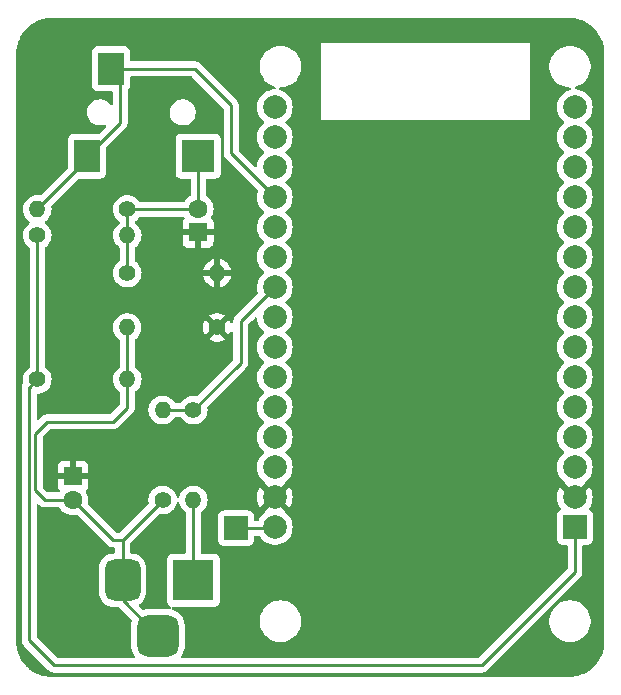
<source format=gbr>
%TF.GenerationSoftware,KiCad,Pcbnew,7.0.2-6a45011f42~172~ubuntu22.04.1*%
%TF.CreationDate,2023-05-01T21:07:46+01:00*%
%TF.ProjectId,esp32-emon,65737033-322d-4656-9d6f-6e2e6b696361,rev?*%
%TF.SameCoordinates,Original*%
%TF.FileFunction,Copper,L1,Top*%
%TF.FilePolarity,Positive*%
%FSLAX46Y46*%
G04 Gerber Fmt 4.6, Leading zero omitted, Abs format (unit mm)*
G04 Created by KiCad (PCBNEW 7.0.2-6a45011f42~172~ubuntu22.04.1) date 2023-05-01 21:07:46*
%MOMM*%
%LPD*%
G01*
G04 APERTURE LIST*
G04 Aperture macros list*
%AMRoundRect*
0 Rectangle with rounded corners*
0 $1 Rounding radius*
0 $2 $3 $4 $5 $6 $7 $8 $9 X,Y pos of 4 corners*
0 Add a 4 corners polygon primitive as box body*
4,1,4,$2,$3,$4,$5,$6,$7,$8,$9,$2,$3,0*
0 Add four circle primitives for the rounded corners*
1,1,$1+$1,$2,$3*
1,1,$1+$1,$4,$5*
1,1,$1+$1,$6,$7*
1,1,$1+$1,$8,$9*
0 Add four rect primitives between the rounded corners*
20,1,$1+$1,$2,$3,$4,$5,0*
20,1,$1+$1,$4,$5,$6,$7,0*
20,1,$1+$1,$6,$7,$8,$9,0*
20,1,$1+$1,$8,$9,$2,$3,0*%
G04 Aperture macros list end*
%TA.AperFunction,ComponentPad*%
%ADD10R,1.600000X1.600000*%
%TD*%
%TA.AperFunction,ComponentPad*%
%ADD11C,1.600000*%
%TD*%
%TA.AperFunction,ComponentPad*%
%ADD12R,2.000000X2.000000*%
%TD*%
%TA.AperFunction,ComponentPad*%
%ADD13C,2.000000*%
%TD*%
%TA.AperFunction,ComponentPad*%
%ADD14C,1.400000*%
%TD*%
%TA.AperFunction,ComponentPad*%
%ADD15O,1.400000X1.400000*%
%TD*%
%TA.AperFunction,ComponentPad*%
%ADD16R,3.500000X3.500000*%
%TD*%
%TA.AperFunction,ComponentPad*%
%ADD17RoundRect,0.750000X-0.750000X-1.000000X0.750000X-1.000000X0.750000X1.000000X-0.750000X1.000000X0*%
%TD*%
%TA.AperFunction,ComponentPad*%
%ADD18RoundRect,0.875000X-0.875000X-0.875000X0.875000X-0.875000X0.875000X0.875000X-0.875000X0.875000X0*%
%TD*%
%TA.AperFunction,SMDPad,CuDef*%
%ADD19R,2.200000X2.800000*%
%TD*%
%TA.AperFunction,SMDPad,CuDef*%
%ADD20R,2.800000X2.800000*%
%TD*%
%TA.AperFunction,Conductor*%
%ADD21C,0.250000*%
%TD*%
G04 APERTURE END LIST*
D10*
%TO.P,C2,1*%
%TO.N,GND*%
X144600000Y-64800000D03*
D11*
%TO.P,C2,2*%
%TO.N,Net-(C2-Pad2)*%
X144600000Y-66800000D03*
%TD*%
D12*
%TO.P,U1,1,3V3*%
%TO.N,+3V3*%
X187100000Y-69115000D03*
D13*
%TO.P,U1,2,GND*%
%TO.N,GND*%
X187100000Y-66575000D03*
%TO.P,U1,3,D15*%
%TO.N,unconnected-(U1-D15-Pad3)*%
X187100000Y-64035000D03*
%TO.P,U1,4,D2*%
%TO.N,unconnected-(U1-D2-Pad4)*%
X187100000Y-61495000D03*
%TO.P,U1,5,D4*%
%TO.N,unconnected-(U1-D4-Pad5)*%
X187100000Y-58955000D03*
%TO.P,U1,6,RX2*%
%TO.N,unconnected-(U1-RX2-Pad6)*%
X187100000Y-56415000D03*
%TO.P,U1,7,TX2*%
%TO.N,unconnected-(U1-TX2-Pad7)*%
X187100000Y-53875000D03*
%TO.P,U1,8,D5*%
%TO.N,unconnected-(U1-D5-Pad8)*%
X187100000Y-51335000D03*
%TO.P,U1,9,D18*%
%TO.N,unconnected-(U1-D18-Pad9)*%
X187100000Y-48795000D03*
%TO.P,U1,10,D19*%
%TO.N,unconnected-(U1-D19-Pad10)*%
X187100000Y-46255000D03*
%TO.P,U1,11,D21*%
%TO.N,unconnected-(U1-D21-Pad11)*%
X187100000Y-43715000D03*
%TO.P,U1,12,RX0*%
%TO.N,unconnected-(U1-RX0-Pad12)*%
X187100000Y-41175000D03*
%TO.P,U1,13,TX0*%
%TO.N,unconnected-(U1-TX0-Pad13)*%
X187100000Y-38635000D03*
%TO.P,U1,14,D22*%
%TO.N,unconnected-(U1-D22-Pad14)*%
X187100000Y-36095000D03*
%TO.P,U1,15,D23*%
%TO.N,unconnected-(U1-D23-Pad15)*%
X187100000Y-33555000D03*
%TO.P,U1,16,EN*%
%TO.N,unconnected-(U1-EN-Pad16)*%
X161700000Y-33555000D03*
%TO.P,U1,17,VP*%
%TO.N,unconnected-(U1-VP-Pad17)*%
X161700000Y-36095000D03*
%TO.P,U1,18,VN*%
%TO.N,unconnected-(U1-VN-Pad18)*%
X161700000Y-38635000D03*
%TO.P,U1,19,D34*%
%TO.N,/ADC1 CH6*%
X161700000Y-41175000D03*
%TO.P,U1,20,D35*%
%TO.N,unconnected-(U1-D35-Pad20)*%
X161700000Y-43715000D03*
%TO.P,U1,21,D32*%
%TO.N,unconnected-(U1-D32-Pad21)*%
X161700000Y-46255000D03*
%TO.P,U1,22,D33*%
%TO.N,/ADC1 CH5*%
X161700000Y-48795000D03*
%TO.P,U1,23,D25*%
%TO.N,unconnected-(U1-D25-Pad23)*%
X161700000Y-51335000D03*
%TO.P,U1,24,D26*%
%TO.N,unconnected-(U1-D26-Pad24)*%
X161700000Y-53875000D03*
%TO.P,U1,25,D27*%
%TO.N,unconnected-(U1-D27-Pad25)*%
X161700000Y-56415000D03*
%TO.P,U1,26,D14*%
%TO.N,unconnected-(U1-D14-Pad26)*%
X161700000Y-58955000D03*
%TO.P,U1,27,D12*%
%TO.N,unconnected-(U1-D12-Pad27)*%
X161700000Y-61495000D03*
%TO.P,U1,28,D13*%
%TO.N,unconnected-(U1-D13-Pad28)*%
X161700000Y-64035000D03*
%TO.P,U1,29,GND*%
%TO.N,GND*%
X161700000Y-66575000D03*
%TO.P,U1,30,VIN*%
%TO.N,Net-(U1-VIN)*%
X161700000Y-69115000D03*
%TD*%
D14*
%TO.P,R4,1*%
%TO.N,/ADC1 CH5*%
X154800000Y-59190000D03*
D15*
%TO.P,R4,2*%
%TO.N,Net-(J2-Pad1)*%
X154800000Y-66810000D03*
%TD*%
D14*
%TO.P,R3,1*%
%TO.N,Net-(C1-Pad2)*%
X149200000Y-47600000D03*
D15*
%TO.P,R3,2*%
%TO.N,GND*%
X156820000Y-47600000D03*
%TD*%
D12*
%TO.P,TP1,1,1*%
%TO.N,Net-(U1-VIN)*%
X158400000Y-69200000D03*
%TD*%
D14*
%TO.P,R2,1*%
%TO.N,+3V3*%
X141580000Y-44400000D03*
D15*
%TO.P,R2,2*%
%TO.N,Net-(C1-Pad2)*%
X149200000Y-44400000D03*
%TD*%
D14*
%TO.P,R1,1*%
%TO.N,Net-(C1-Pad2)*%
X149200000Y-42200000D03*
D15*
%TO.P,R1,2*%
%TO.N,/ADC1 CH6*%
X141580000Y-42200000D03*
%TD*%
D16*
%TO.P,J2,1*%
%TO.N,Net-(J2-Pad1)*%
X154800000Y-73600000D03*
D17*
%TO.P,J2,2*%
%TO.N,Net-(C2-Pad2)*%
X148800000Y-73600000D03*
D18*
%TO.P,J2,3*%
X151800000Y-78300000D03*
%TD*%
D19*
%TO.P,J1,R*%
%TO.N,/ADC1 CH6*%
X147800000Y-30300000D03*
%TO.P,J1,S*%
X145800000Y-37700000D03*
D20*
%TO.P,J1,T*%
%TO.N,Net-(C1-Pad2)*%
X155200000Y-37700000D03*
%TD*%
D14*
%TO.P,R5,1*%
%TO.N,Net-(C2-Pad2)*%
X152200000Y-66810000D03*
D15*
%TO.P,R5,2*%
%TO.N,/ADC1 CH5*%
X152200000Y-59190000D03*
%TD*%
D14*
%TO.P,R6,1*%
%TO.N,GND*%
X156810000Y-52200000D03*
D15*
%TO.P,R6,2*%
%TO.N,Net-(C2-Pad2)*%
X149190000Y-52200000D03*
%TD*%
D10*
%TO.P,C1,1*%
%TO.N,GND*%
X155200000Y-44155113D03*
D11*
%TO.P,C1,2*%
%TO.N,Net-(C1-Pad2)*%
X155200000Y-42155113D03*
%TD*%
D14*
%TO.P,R7,1*%
%TO.N,+3V3*%
X141590000Y-56600000D03*
D15*
%TO.P,R7,2*%
%TO.N,Net-(C2-Pad2)*%
X149210000Y-56600000D03*
%TD*%
D21*
%TO.N,Net-(C1-Pad2)*%
X155200000Y-42155113D02*
X155200000Y-37700000D01*
X154600000Y-42200000D02*
X155000000Y-41800000D01*
X149200000Y-47600000D02*
X149200000Y-44400000D01*
X149200000Y-42200000D02*
X149200000Y-44400000D01*
X149200000Y-42200000D02*
X155155113Y-42200000D01*
X155155113Y-42200000D02*
X155200000Y-42155113D01*
%TO.N,/ADC1 CH6*%
X148600000Y-31100000D02*
X147800000Y-30300000D01*
X141580000Y-42200000D02*
X145800000Y-37980000D01*
X158000000Y-33400000D02*
X158000000Y-37475000D01*
X158000000Y-37475000D02*
X161700000Y-41175000D01*
X154900000Y-30300000D02*
X158000000Y-33400000D01*
X145800000Y-37700000D02*
X148600000Y-34900000D01*
X145800000Y-37980000D02*
X145800000Y-37700000D01*
X147800000Y-30300000D02*
X154900000Y-30300000D01*
X148600000Y-34900000D02*
X148600000Y-31100000D01*
%TO.N,+3V3*%
X140890000Y-78690000D02*
X143000000Y-80800000D01*
X143000000Y-80800000D02*
X179200000Y-80800000D01*
X140890000Y-57300000D02*
X140890000Y-78690000D01*
X187100000Y-72900000D02*
X187100000Y-69115000D01*
X141590000Y-56600000D02*
X141590000Y-44410000D01*
X179200000Y-80800000D02*
X187100000Y-72900000D01*
X141590000Y-56600000D02*
X140890000Y-57300000D01*
X141590000Y-44410000D02*
X141580000Y-44400000D01*
%TO.N,Net-(C2-Pad2)*%
X148000000Y-60200000D02*
X142400000Y-60200000D01*
X148010000Y-70210000D02*
X144600000Y-66800000D01*
X149210000Y-58990000D02*
X148000000Y-60200000D01*
X142400000Y-60200000D02*
X141400000Y-61200000D01*
X142200000Y-66800000D02*
X144600000Y-66800000D01*
X148800000Y-70210000D02*
X148010000Y-70210000D01*
X149210000Y-56600000D02*
X149210000Y-52220000D01*
X148800000Y-75300000D02*
X151800000Y-78300000D01*
X141400000Y-61200000D02*
X141400000Y-66000000D01*
X148800000Y-70210000D02*
X152200000Y-66810000D01*
X141400000Y-66000000D02*
X142200000Y-66800000D01*
X148800000Y-73600000D02*
X148800000Y-70210000D01*
X148800000Y-73600000D02*
X148800000Y-75300000D01*
X149210000Y-52220000D02*
X149190000Y-52200000D01*
X149210000Y-56600000D02*
X149210000Y-58990000D01*
%TO.N,Net-(J2-Pad1)*%
X154800000Y-73600000D02*
X154800000Y-66810000D01*
%TO.N,Net-(U1-VIN)*%
X161615000Y-69200000D02*
X161700000Y-69115000D01*
X158400000Y-69200000D02*
X161615000Y-69200000D01*
%TO.N,/ADC1 CH5*%
X158800000Y-51695000D02*
X158800000Y-55190000D01*
X152200000Y-59190000D02*
X154800000Y-59190000D01*
X161700000Y-48795000D02*
X158800000Y-51695000D01*
X158800000Y-55190000D02*
X154800000Y-59190000D01*
%TD*%
%TA.AperFunction,Conductor*%
%TO.N,GND*%
G36*
X186603243Y-26000669D02*
G01*
X186733628Y-26007503D01*
X186913910Y-26017628D01*
X186926309Y-26018955D01*
X187075647Y-26042608D01*
X187235321Y-26069737D01*
X187246619Y-26072205D01*
X187396693Y-26112418D01*
X187549188Y-26156351D01*
X187559253Y-26159726D01*
X187704710Y-26215562D01*
X187707599Y-26216714D01*
X187851768Y-26276430D01*
X187860594Y-26280500D01*
X188000064Y-26351565D01*
X188003748Y-26353521D01*
X188093848Y-26403316D01*
X188139548Y-26428574D01*
X188147061Y-26433081D01*
X188278754Y-26518604D01*
X188282947Y-26521452D01*
X188409147Y-26610996D01*
X188415428Y-26615759D01*
X188537567Y-26714665D01*
X188542158Y-26718571D01*
X188657424Y-26821579D01*
X188662478Y-26826358D01*
X188773640Y-26937520D01*
X188778419Y-26942574D01*
X188881427Y-27057840D01*
X188885333Y-27062431D01*
X188984239Y-27184570D01*
X188989002Y-27190851D01*
X189078546Y-27317051D01*
X189081409Y-27321266D01*
X189166907Y-27452921D01*
X189171430Y-27460460D01*
X189246477Y-27596250D01*
X189248433Y-27599934D01*
X189319498Y-27739404D01*
X189323575Y-27748247D01*
X189383259Y-27892337D01*
X189384462Y-27895353D01*
X189440265Y-28040727D01*
X189443655Y-28050836D01*
X189487579Y-28203297D01*
X189527793Y-28353379D01*
X189530262Y-28364685D01*
X189557394Y-28524369D01*
X189581040Y-28673670D01*
X189582371Y-28686108D01*
X189592509Y-28866617D01*
X189599330Y-28996756D01*
X189599500Y-29003246D01*
X189599500Y-78796753D01*
X189599330Y-78803243D01*
X189592509Y-78933382D01*
X189582372Y-79113887D01*
X189581040Y-79126331D01*
X189557394Y-79275629D01*
X189530263Y-79435308D01*
X189527791Y-79446624D01*
X189487579Y-79596701D01*
X189443653Y-79749170D01*
X189440268Y-79759263D01*
X189384462Y-79904645D01*
X189383259Y-79907661D01*
X189323575Y-80051751D01*
X189319498Y-80060594D01*
X189248433Y-80200064D01*
X189246477Y-80203748D01*
X189171430Y-80339538D01*
X189166897Y-80347094D01*
X189081412Y-80478728D01*
X189078546Y-80482947D01*
X188989002Y-80609147D01*
X188984239Y-80615428D01*
X188885333Y-80737567D01*
X188881427Y-80742158D01*
X188778419Y-80857424D01*
X188773640Y-80862478D01*
X188662478Y-80973640D01*
X188657424Y-80978419D01*
X188542158Y-81081427D01*
X188537567Y-81085333D01*
X188415428Y-81184239D01*
X188409147Y-81189002D01*
X188282947Y-81278546D01*
X188278728Y-81281412D01*
X188147094Y-81366897D01*
X188139538Y-81371430D01*
X188003748Y-81446477D01*
X188000064Y-81448433D01*
X187860594Y-81519498D01*
X187851751Y-81523575D01*
X187707661Y-81583259D01*
X187704645Y-81584462D01*
X187559271Y-81640265D01*
X187549162Y-81643655D01*
X187396702Y-81687579D01*
X187246619Y-81727793D01*
X187235313Y-81730262D01*
X187075630Y-81757394D01*
X186926328Y-81781040D01*
X186913890Y-81782371D01*
X186733382Y-81792509D01*
X186603244Y-81799330D01*
X186596754Y-81799500D01*
X142803247Y-81799500D01*
X142796757Y-81799330D01*
X142666617Y-81792509D01*
X142486111Y-81782372D01*
X142473666Y-81781040D01*
X142324369Y-81757394D01*
X142164690Y-81730263D01*
X142153374Y-81727791D01*
X142003298Y-81687579D01*
X141850828Y-81643653D01*
X141840735Y-81640268D01*
X141695353Y-81584462D01*
X141692337Y-81583259D01*
X141548247Y-81523575D01*
X141539404Y-81519498D01*
X141399934Y-81448433D01*
X141396250Y-81446477D01*
X141260460Y-81371430D01*
X141252921Y-81366907D01*
X141121266Y-81281409D01*
X141117051Y-81278546D01*
X140990851Y-81189002D01*
X140984570Y-81184239D01*
X140862431Y-81085333D01*
X140857840Y-81081427D01*
X140742574Y-80978419D01*
X140737520Y-80973640D01*
X140626358Y-80862478D01*
X140621579Y-80857424D01*
X140518571Y-80742158D01*
X140514665Y-80737567D01*
X140415759Y-80615428D01*
X140410996Y-80609147D01*
X140321452Y-80482947D01*
X140318604Y-80478754D01*
X140233081Y-80347061D01*
X140228568Y-80339538D01*
X140153521Y-80203748D01*
X140151565Y-80200064D01*
X140080500Y-80060594D01*
X140076430Y-80051768D01*
X140016714Y-79907599D01*
X140015562Y-79904710D01*
X139959729Y-79759260D01*
X139956346Y-79749170D01*
X139912414Y-79596679D01*
X139900207Y-79551122D01*
X139872202Y-79446605D01*
X139869738Y-79435323D01*
X139842601Y-79275606D01*
X139818956Y-79126316D01*
X139817627Y-79113890D01*
X139815523Y-79076416D01*
X139807490Y-78933382D01*
X139800669Y-78803243D01*
X139800500Y-78796755D01*
X139800500Y-57280194D01*
X140259840Y-57280194D01*
X140263950Y-57323673D01*
X140264500Y-57335343D01*
X140264500Y-78607256D01*
X140262235Y-78627766D01*
X140264439Y-78697872D01*
X140264500Y-78701767D01*
X140264500Y-78729350D01*
X140264988Y-78733219D01*
X140264989Y-78733225D01*
X140265004Y-78733343D01*
X140265918Y-78744967D01*
X140267290Y-78788626D01*
X140272879Y-78807860D01*
X140276825Y-78826916D01*
X140279335Y-78846792D01*
X140295414Y-78887404D01*
X140299197Y-78898451D01*
X140311382Y-78940391D01*
X140321580Y-78957635D01*
X140330136Y-78975100D01*
X140337514Y-78993732D01*
X140337515Y-78993733D01*
X140363180Y-79029059D01*
X140369593Y-79038822D01*
X140391826Y-79076416D01*
X140391829Y-79076419D01*
X140391830Y-79076420D01*
X140405995Y-79090585D01*
X140418627Y-79105375D01*
X140430406Y-79121587D01*
X140464058Y-79149426D01*
X140472699Y-79157289D01*
X142499197Y-81183787D01*
X142512098Y-81199889D01*
X142514212Y-81201874D01*
X142514214Y-81201877D01*
X142540590Y-81226646D01*
X142563240Y-81247916D01*
X142566036Y-81250626D01*
X142585530Y-81270120D01*
X142588615Y-81272513D01*
X142588701Y-81272580D01*
X142597573Y-81280158D01*
X142629418Y-81310062D01*
X142646974Y-81319714D01*
X142663231Y-81330392D01*
X142679064Y-81342674D01*
X142695185Y-81349649D01*
X142719156Y-81360023D01*
X142729643Y-81365160D01*
X142767908Y-81386197D01*
X142787316Y-81391180D01*
X142805710Y-81397478D01*
X142824105Y-81405438D01*
X142867254Y-81412271D01*
X142878680Y-81414638D01*
X142894222Y-81418629D01*
X142920980Y-81425500D01*
X142920981Y-81425500D01*
X142941016Y-81425500D01*
X142960413Y-81427026D01*
X142980196Y-81430160D01*
X143023674Y-81426050D01*
X143035344Y-81425500D01*
X179117256Y-81425500D01*
X179137762Y-81427764D01*
X179140665Y-81427672D01*
X179140667Y-81427673D01*
X179207872Y-81425561D01*
X179211768Y-81425500D01*
X179235448Y-81425500D01*
X179239350Y-81425500D01*
X179243313Y-81424999D01*
X179254962Y-81424080D01*
X179298627Y-81422709D01*
X179317859Y-81417120D01*
X179336918Y-81413174D01*
X179344091Y-81412268D01*
X179356792Y-81410664D01*
X179397407Y-81394582D01*
X179408444Y-81390803D01*
X179450390Y-81378618D01*
X179467629Y-81368422D01*
X179485102Y-81359862D01*
X179503732Y-81352486D01*
X179539064Y-81326814D01*
X179548830Y-81320400D01*
X179586418Y-81298171D01*
X179586417Y-81298171D01*
X179586420Y-81298170D01*
X179600585Y-81284004D01*
X179615373Y-81271373D01*
X179631587Y-81259594D01*
X179659438Y-81225926D01*
X179667279Y-81217309D01*
X183678407Y-77206182D01*
X184929500Y-77206182D01*
X184968604Y-77465615D01*
X185045937Y-77716323D01*
X185159772Y-77952704D01*
X185295766Y-78152170D01*
X185307571Y-78169485D01*
X185486015Y-78361801D01*
X185486019Y-78361805D01*
X185691143Y-78525386D01*
X185918357Y-78656568D01*
X186086550Y-78722579D01*
X186128721Y-78739130D01*
X186162584Y-78752420D01*
X186418370Y-78810802D01*
X186614506Y-78825500D01*
X186616823Y-78825500D01*
X186743177Y-78825500D01*
X186745494Y-78825500D01*
X186941630Y-78810802D01*
X187197416Y-78752420D01*
X187441643Y-78656568D01*
X187668857Y-78525386D01*
X187873981Y-78361805D01*
X187973273Y-78254792D01*
X188052428Y-78169485D01*
X188052429Y-78169482D01*
X188052433Y-78169479D01*
X188200228Y-77952704D01*
X188314063Y-77716323D01*
X188391396Y-77465615D01*
X188430500Y-77206182D01*
X188430500Y-76943818D01*
X188391396Y-76684385D01*
X188314063Y-76433677D01*
X188200228Y-76197296D01*
X188052433Y-75980521D01*
X188052432Y-75980520D01*
X188052428Y-75980514D01*
X187873984Y-75788198D01*
X187873983Y-75788197D01*
X187873981Y-75788195D01*
X187668857Y-75624614D01*
X187668856Y-75624613D01*
X187441641Y-75493431D01*
X187197418Y-75397580D01*
X186941627Y-75339197D01*
X186747808Y-75324673D01*
X186747797Y-75324672D01*
X186745494Y-75324500D01*
X186614506Y-75324500D01*
X186612203Y-75324672D01*
X186612191Y-75324673D01*
X186418372Y-75339197D01*
X186162581Y-75397580D01*
X185918358Y-75493431D01*
X185691143Y-75624613D01*
X185486015Y-75788198D01*
X185307571Y-75980514D01*
X185228320Y-76096755D01*
X185159772Y-76197296D01*
X185045937Y-76433677D01*
X184968604Y-76684385D01*
X184929500Y-76943818D01*
X184929500Y-77206182D01*
X183678407Y-77206182D01*
X187483789Y-73400800D01*
X187499885Y-73387906D01*
X187501873Y-73385787D01*
X187501877Y-73385786D01*
X187547949Y-73336723D01*
X187550534Y-73334055D01*
X187570120Y-73314471D01*
X187572585Y-73311292D01*
X187580167Y-73302416D01*
X187610062Y-73270582D01*
X187619717Y-73253018D01*
X187630394Y-73236764D01*
X187642673Y-73220936D01*
X187660018Y-73180852D01*
X187665160Y-73170356D01*
X187686197Y-73132092D01*
X187691179Y-73112684D01*
X187697481Y-73094280D01*
X187705437Y-73075896D01*
X187712269Y-73032752D01*
X187714633Y-73021338D01*
X187725500Y-72979019D01*
X187725500Y-72958983D01*
X187727027Y-72939584D01*
X187730160Y-72919804D01*
X187726047Y-72876303D01*
X187725500Y-72864676D01*
X187725500Y-70739498D01*
X187745185Y-70672459D01*
X187797989Y-70626705D01*
X187849500Y-70615499D01*
X188144561Y-70615499D01*
X188147872Y-70615499D01*
X188207483Y-70609091D01*
X188342331Y-70558796D01*
X188457546Y-70472546D01*
X188543796Y-70357331D01*
X188594091Y-70222483D01*
X188600500Y-70162873D01*
X188600499Y-68067128D01*
X188594091Y-68007517D01*
X188543796Y-67872669D01*
X188457546Y-67757454D01*
X188342331Y-67671204D01*
X188342328Y-67671203D01*
X188328058Y-67660520D01*
X188330076Y-67657823D01*
X188297602Y-67633514D01*
X188273183Y-67568050D01*
X188288033Y-67499777D01*
X188293058Y-67491379D01*
X188423733Y-67291365D01*
X188523586Y-67063721D01*
X188584613Y-66822732D01*
X188605141Y-66575000D01*
X188584613Y-66327267D01*
X188523586Y-66086278D01*
X188423730Y-65858630D01*
X188323434Y-65705116D01*
X187591132Y-66437418D01*
X187568682Y-66360960D01*
X187489395Y-66237587D01*
X187378562Y-66141549D01*
X187245161Y-66080627D01*
X187241363Y-66080081D01*
X187970056Y-65351389D01*
X187968655Y-65328823D01*
X187984148Y-65260693D01*
X188016250Y-65223290D01*
X188119744Y-65142738D01*
X188288164Y-64959785D01*
X188424173Y-64751607D01*
X188524063Y-64523881D01*
X188585108Y-64282821D01*
X188605643Y-64035000D01*
X188585108Y-63787179D01*
X188524063Y-63546119D01*
X188424173Y-63318393D01*
X188288164Y-63110215D01*
X188119744Y-62927262D01*
X188119743Y-62927261D01*
X188036991Y-62862852D01*
X187996178Y-62806141D01*
X187992505Y-62736368D01*
X188027136Y-62675685D01*
X188036974Y-62667160D01*
X188119744Y-62602738D01*
X188288164Y-62419785D01*
X188424173Y-62211607D01*
X188524063Y-61983881D01*
X188585108Y-61742821D01*
X188605643Y-61495000D01*
X188585108Y-61247179D01*
X188524063Y-61006119D01*
X188424173Y-60778393D01*
X188288164Y-60570215D01*
X188119744Y-60387262D01*
X188071378Y-60349617D01*
X188036992Y-60322853D01*
X187996179Y-60266143D01*
X187992504Y-60196370D01*
X188027136Y-60135687D01*
X188036992Y-60127147D01*
X188061256Y-60108260D01*
X188119744Y-60062738D01*
X188288164Y-59879785D01*
X188424173Y-59671607D01*
X188524063Y-59443881D01*
X188585108Y-59202821D01*
X188605643Y-58955000D01*
X188585108Y-58707179D01*
X188524063Y-58466119D01*
X188424173Y-58238393D01*
X188288164Y-58030215D01*
X188119744Y-57847262D01*
X188074062Y-57811706D01*
X188036992Y-57782853D01*
X187996179Y-57726143D01*
X187992504Y-57656370D01*
X188027136Y-57595687D01*
X188036992Y-57587147D01*
X188069142Y-57562123D01*
X188119744Y-57522738D01*
X188288164Y-57339785D01*
X188424173Y-57131607D01*
X188524063Y-56903881D01*
X188585108Y-56662821D01*
X188605643Y-56415000D01*
X188585108Y-56167179D01*
X188524063Y-55926119D01*
X188424173Y-55698393D01*
X188288164Y-55490215D01*
X188119744Y-55307262D01*
X188103437Y-55294570D01*
X188036992Y-55242853D01*
X187996179Y-55186143D01*
X187992504Y-55116370D01*
X188027136Y-55055687D01*
X188036992Y-55047147D01*
X188061256Y-55028260D01*
X188119744Y-54982738D01*
X188288164Y-54799785D01*
X188424173Y-54591607D01*
X188524063Y-54363881D01*
X188585108Y-54122821D01*
X188605643Y-53875000D01*
X188585108Y-53627179D01*
X188524063Y-53386119D01*
X188424173Y-53158393D01*
X188288164Y-52950215D01*
X188119744Y-52767262D01*
X188103437Y-52754570D01*
X188036992Y-52702853D01*
X187996179Y-52646143D01*
X187992504Y-52576370D01*
X188027136Y-52515687D01*
X188036992Y-52507147D01*
X188071845Y-52480019D01*
X188119744Y-52442738D01*
X188288164Y-52259785D01*
X188424173Y-52051607D01*
X188524063Y-51823881D01*
X188585108Y-51582821D01*
X188605643Y-51335000D01*
X188585108Y-51087179D01*
X188524063Y-50846119D01*
X188424173Y-50618393D01*
X188288164Y-50410215D01*
X188119744Y-50227262D01*
X188103437Y-50214570D01*
X188036992Y-50162853D01*
X187996179Y-50106143D01*
X187992504Y-50036370D01*
X188027136Y-49975687D01*
X188036992Y-49967147D01*
X188061256Y-49948260D01*
X188119744Y-49902738D01*
X188288164Y-49719785D01*
X188424173Y-49511607D01*
X188524063Y-49283881D01*
X188585108Y-49042821D01*
X188605643Y-48795000D01*
X188585108Y-48547179D01*
X188524063Y-48306119D01*
X188424173Y-48078393D01*
X188288164Y-47870215D01*
X188119744Y-47687262D01*
X188119546Y-47687108D01*
X188036991Y-47622852D01*
X187996178Y-47566141D01*
X187992505Y-47496368D01*
X188027136Y-47435685D01*
X188036974Y-47427160D01*
X188119744Y-47362738D01*
X188288164Y-47179785D01*
X188424173Y-46971607D01*
X188524063Y-46743881D01*
X188585108Y-46502821D01*
X188605643Y-46255000D01*
X188585108Y-46007179D01*
X188524063Y-45766119D01*
X188424173Y-45538393D01*
X188288164Y-45330215D01*
X188119744Y-45147262D01*
X188103437Y-45134570D01*
X188036992Y-45082853D01*
X187996179Y-45026143D01*
X187992504Y-44956370D01*
X188027136Y-44895687D01*
X188036992Y-44887147D01*
X188061256Y-44868260D01*
X188119744Y-44822738D01*
X188288164Y-44639785D01*
X188424173Y-44431607D01*
X188524063Y-44203881D01*
X188585108Y-43962821D01*
X188605643Y-43715000D01*
X188585108Y-43467179D01*
X188524063Y-43226119D01*
X188424173Y-42998393D01*
X188288164Y-42790215D01*
X188119744Y-42607262D01*
X188119743Y-42607261D01*
X188036991Y-42542852D01*
X187996178Y-42486141D01*
X187992505Y-42416368D01*
X188027136Y-42355685D01*
X188036974Y-42347160D01*
X188119744Y-42282738D01*
X188288164Y-42099785D01*
X188424173Y-41891607D01*
X188524063Y-41663881D01*
X188585108Y-41422821D01*
X188605643Y-41175000D01*
X188585108Y-40927179D01*
X188524063Y-40686119D01*
X188424173Y-40458393D01*
X188288164Y-40250215D01*
X188119744Y-40067262D01*
X188103437Y-40054570D01*
X188036992Y-40002853D01*
X187996179Y-39946143D01*
X187992504Y-39876370D01*
X188027136Y-39815687D01*
X188036992Y-39807147D01*
X188061256Y-39788260D01*
X188119744Y-39742738D01*
X188288164Y-39559785D01*
X188424173Y-39351607D01*
X188524063Y-39123881D01*
X188585108Y-38882821D01*
X188605643Y-38635000D01*
X188585108Y-38387179D01*
X188524063Y-38146119D01*
X188424173Y-37918393D01*
X188288164Y-37710215D01*
X188119744Y-37527262D01*
X188062712Y-37482872D01*
X188036992Y-37462853D01*
X187996179Y-37406143D01*
X187992504Y-37336370D01*
X188027136Y-37275687D01*
X188036992Y-37267147D01*
X188061256Y-37248260D01*
X188119744Y-37202738D01*
X188288164Y-37019785D01*
X188424173Y-36811607D01*
X188524063Y-36583881D01*
X188585108Y-36342821D01*
X188605643Y-36095000D01*
X188585108Y-35847179D01*
X188524063Y-35606119D01*
X188424173Y-35378393D01*
X188288164Y-35170215D01*
X188119744Y-34987262D01*
X188083411Y-34958983D01*
X188036992Y-34922853D01*
X187996179Y-34866143D01*
X187992504Y-34796370D01*
X188027136Y-34735687D01*
X188036992Y-34727147D01*
X188061256Y-34708260D01*
X188119744Y-34662738D01*
X188288164Y-34479785D01*
X188424173Y-34271607D01*
X188524063Y-34043881D01*
X188585108Y-33802821D01*
X188605643Y-33555000D01*
X188585108Y-33307179D01*
X188524063Y-33066119D01*
X188424173Y-32838393D01*
X188288164Y-32630215D01*
X188119744Y-32447262D01*
X188097612Y-32430036D01*
X187923514Y-32294529D01*
X187923510Y-32294526D01*
X187923509Y-32294526D01*
X187704810Y-32176172D01*
X187704806Y-32176170D01*
X187704805Y-32176170D01*
X187469615Y-32095429D01*
X187224335Y-32054500D01*
X187193511Y-32054500D01*
X187126472Y-32034815D01*
X187080717Y-31982011D01*
X187070773Y-31912853D01*
X187099798Y-31849297D01*
X187158576Y-31811523D01*
X187165909Y-31809611D01*
X187197416Y-31802420D01*
X187441643Y-31706568D01*
X187668857Y-31575386D01*
X187873981Y-31411805D01*
X187973273Y-31304792D01*
X188052428Y-31219485D01*
X188052429Y-31219482D01*
X188052433Y-31219479D01*
X188200228Y-31002704D01*
X188314063Y-30766323D01*
X188391396Y-30515615D01*
X188430500Y-30256182D01*
X188430500Y-29993818D01*
X188391396Y-29734385D01*
X188314063Y-29483677D01*
X188200228Y-29247296D01*
X188052433Y-29030521D01*
X188052432Y-29030520D01*
X188052428Y-29030514D01*
X187873984Y-28838198D01*
X187873983Y-28838197D01*
X187873981Y-28838195D01*
X187668857Y-28674614D01*
X187668856Y-28674613D01*
X187441641Y-28543431D01*
X187197418Y-28447580D01*
X186941627Y-28389197D01*
X186747808Y-28374673D01*
X186747797Y-28374672D01*
X186745494Y-28374500D01*
X186614506Y-28374500D01*
X186612203Y-28374672D01*
X186612191Y-28374673D01*
X186418372Y-28389197D01*
X186162581Y-28447580D01*
X185918358Y-28543431D01*
X185691143Y-28674613D01*
X185486015Y-28838198D01*
X185307571Y-29030514D01*
X185207070Y-29177922D01*
X185159772Y-29247296D01*
X185045937Y-29483677D01*
X184968604Y-29734385D01*
X184929500Y-29993818D01*
X184929500Y-30256182D01*
X184968604Y-30515615D01*
X185045937Y-30766323D01*
X185159772Y-31002704D01*
X185295766Y-31202170D01*
X185307571Y-31219485D01*
X185486015Y-31411801D01*
X185486019Y-31411805D01*
X185691143Y-31575386D01*
X185918357Y-31706568D01*
X186162584Y-31802420D01*
X186418370Y-31860802D01*
X186614506Y-31875500D01*
X186616823Y-31875500D01*
X186627926Y-31875500D01*
X186694965Y-31895185D01*
X186740720Y-31947989D01*
X186750664Y-32017147D01*
X186721639Y-32080703D01*
X186668189Y-32116781D01*
X186495194Y-32176170D01*
X186495190Y-32176171D01*
X186495190Y-32176172D01*
X186462079Y-32194091D01*
X186276485Y-32294529D01*
X186080259Y-32447259D01*
X185911837Y-32630214D01*
X185775825Y-32838395D01*
X185698983Y-33013579D01*
X185675937Y-33066119D01*
X185622775Y-33276050D01*
X185614891Y-33307183D01*
X185594356Y-33554999D01*
X185614891Y-33802816D01*
X185614891Y-33802819D01*
X185614892Y-33802821D01*
X185675937Y-34043881D01*
X185679763Y-34052603D01*
X185775825Y-34271604D01*
X185775827Y-34271607D01*
X185911836Y-34479785D01*
X186080256Y-34662738D01*
X186163008Y-34727147D01*
X186203821Y-34783858D01*
X186207494Y-34853631D01*
X186172863Y-34914314D01*
X186163008Y-34922853D01*
X186080256Y-34987261D01*
X185946931Y-35132092D01*
X185911836Y-35170215D01*
X185878697Y-35220938D01*
X185775825Y-35378395D01*
X185675938Y-35606117D01*
X185614891Y-35847183D01*
X185594356Y-36095000D01*
X185614891Y-36342816D01*
X185614891Y-36342819D01*
X185614892Y-36342821D01*
X185675937Y-36583881D01*
X185720960Y-36686523D01*
X185775825Y-36811604D01*
X185775827Y-36811607D01*
X185911836Y-37019785D01*
X186045099Y-37164547D01*
X186080256Y-37202738D01*
X186163008Y-37267147D01*
X186203821Y-37323858D01*
X186207494Y-37393631D01*
X186172863Y-37454314D01*
X186163008Y-37462853D01*
X186080256Y-37527261D01*
X185911837Y-37710214D01*
X185775825Y-37918395D01*
X185675938Y-38146117D01*
X185614891Y-38387183D01*
X185594356Y-38634999D01*
X185614891Y-38882816D01*
X185614891Y-38882819D01*
X185614892Y-38882821D01*
X185675937Y-39123881D01*
X185712608Y-39207483D01*
X185775825Y-39351604D01*
X185775827Y-39351607D01*
X185911836Y-39559785D01*
X186016046Y-39672987D01*
X186080256Y-39742738D01*
X186163008Y-39807147D01*
X186203821Y-39863858D01*
X186207494Y-39933631D01*
X186172863Y-39994314D01*
X186163008Y-40002853D01*
X186080256Y-40067261D01*
X185911837Y-40250214D01*
X185775825Y-40458395D01*
X185715498Y-40595928D01*
X185675937Y-40686119D01*
X185614892Y-40927179D01*
X185614891Y-40927183D01*
X185594356Y-41174999D01*
X185614891Y-41422816D01*
X185614891Y-41422819D01*
X185614892Y-41422821D01*
X185675937Y-41663881D01*
X185695559Y-41708615D01*
X185775825Y-41891604D01*
X185775827Y-41891607D01*
X185911836Y-42099785D01*
X186080255Y-42282737D01*
X186080256Y-42282738D01*
X186163008Y-42347147D01*
X186203821Y-42403858D01*
X186207494Y-42473631D01*
X186172863Y-42534314D01*
X186163008Y-42542853D01*
X186080256Y-42607261D01*
X186054235Y-42635528D01*
X185911836Y-42790215D01*
X185866499Y-42859607D01*
X185775825Y-42998395D01*
X185704008Y-43162123D01*
X185675937Y-43226119D01*
X185643705Y-43353400D01*
X185614891Y-43467183D01*
X185594356Y-43715000D01*
X185614891Y-43962816D01*
X185614891Y-43962819D01*
X185614892Y-43962821D01*
X185675937Y-44203881D01*
X185720960Y-44306523D01*
X185775825Y-44431604D01*
X185775827Y-44431607D01*
X185911836Y-44639785D01*
X186080256Y-44822738D01*
X186163008Y-44887146D01*
X186203820Y-44943856D01*
X186207495Y-45013629D01*
X186172863Y-45074312D01*
X186163009Y-45082851D01*
X186080257Y-45147260D01*
X185911837Y-45330214D01*
X185775825Y-45538395D01*
X185675938Y-45766117D01*
X185614891Y-46007183D01*
X185594356Y-46255000D01*
X185614891Y-46502816D01*
X185614891Y-46502819D01*
X185614892Y-46502821D01*
X185675937Y-46743881D01*
X185720960Y-46846523D01*
X185775825Y-46971604D01*
X185775827Y-46971607D01*
X185911836Y-47179785D01*
X186068530Y-47350000D01*
X186080256Y-47362738D01*
X186163008Y-47427147D01*
X186203821Y-47483858D01*
X186207494Y-47553631D01*
X186172863Y-47614314D01*
X186163008Y-47622853D01*
X186080256Y-47687261D01*
X185911837Y-47870214D01*
X185775825Y-48078395D01*
X185707269Y-48234689D01*
X185675937Y-48306119D01*
X185649064Y-48412237D01*
X185614891Y-48547183D01*
X185594356Y-48794999D01*
X185614891Y-49042816D01*
X185614891Y-49042819D01*
X185614892Y-49042821D01*
X185675937Y-49283881D01*
X185715497Y-49374069D01*
X185775825Y-49511604D01*
X185775827Y-49511607D01*
X185911836Y-49719785D01*
X186080256Y-49902737D01*
X186080256Y-49902738D01*
X186163008Y-49967147D01*
X186203821Y-50023858D01*
X186207494Y-50093631D01*
X186172863Y-50154314D01*
X186163008Y-50162853D01*
X186080256Y-50227261D01*
X185911837Y-50410214D01*
X185775825Y-50618395D01*
X185685780Y-50823678D01*
X185675937Y-50846119D01*
X185636969Y-51000000D01*
X185614891Y-51087183D01*
X185594356Y-51334999D01*
X185614891Y-51582816D01*
X185614891Y-51582819D01*
X185614892Y-51582821D01*
X185675937Y-51823881D01*
X185704031Y-51887928D01*
X185775825Y-52051604D01*
X185775827Y-52051607D01*
X185911836Y-52259785D01*
X186035462Y-52394079D01*
X186078036Y-52440327D01*
X186080256Y-52442738D01*
X186163008Y-52507146D01*
X186203820Y-52563856D01*
X186207495Y-52633629D01*
X186172863Y-52694312D01*
X186163009Y-52702851D01*
X186080257Y-52767260D01*
X185911837Y-52950214D01*
X185775825Y-53158395D01*
X185675938Y-53386117D01*
X185614891Y-53627183D01*
X185594356Y-53874999D01*
X185614891Y-54122816D01*
X185614891Y-54122819D01*
X185614892Y-54122821D01*
X185675937Y-54363881D01*
X185720960Y-54466523D01*
X185775825Y-54591604D01*
X185775827Y-54591607D01*
X185911836Y-54799785D01*
X186080256Y-54982738D01*
X186163008Y-55047146D01*
X186203820Y-55103856D01*
X186207495Y-55173629D01*
X186172863Y-55234312D01*
X186163009Y-55242851D01*
X186080257Y-55307260D01*
X185939323Y-55460356D01*
X185911836Y-55490215D01*
X185887963Y-55526756D01*
X185775825Y-55698395D01*
X185736625Y-55787764D01*
X185675937Y-55926119D01*
X185615578Y-56164472D01*
X185614891Y-56167183D01*
X185594356Y-56415000D01*
X185614891Y-56662816D01*
X185614891Y-56662819D01*
X185614892Y-56662821D01*
X185675937Y-56903881D01*
X185720960Y-57006523D01*
X185775825Y-57131604D01*
X185775827Y-57131607D01*
X185911836Y-57339785D01*
X185978532Y-57412236D01*
X186080256Y-57522738D01*
X186163008Y-57587147D01*
X186203821Y-57643858D01*
X186207494Y-57713631D01*
X186172863Y-57774314D01*
X186163008Y-57782853D01*
X186080256Y-57847261D01*
X185911837Y-58030214D01*
X185775825Y-58238395D01*
X185714694Y-58377762D01*
X185675937Y-58466119D01*
X185621890Y-58679546D01*
X185614891Y-58707183D01*
X185594356Y-58954999D01*
X185614891Y-59202816D01*
X185614891Y-59202819D01*
X185614892Y-59202821D01*
X185675937Y-59443881D01*
X185689932Y-59475786D01*
X185775825Y-59671604D01*
X185775827Y-59671607D01*
X185911836Y-59879785D01*
X185999355Y-59974856D01*
X186080256Y-60062738D01*
X186163008Y-60127147D01*
X186203821Y-60183858D01*
X186207494Y-60253631D01*
X186172863Y-60314314D01*
X186163008Y-60322853D01*
X186080256Y-60387261D01*
X185911837Y-60570214D01*
X185775825Y-60778395D01*
X185675938Y-61006117D01*
X185614891Y-61247183D01*
X185594356Y-61494999D01*
X185614891Y-61742816D01*
X185614891Y-61742819D01*
X185614892Y-61742821D01*
X185675937Y-61983881D01*
X185720960Y-62086523D01*
X185775825Y-62211604D01*
X185775827Y-62211607D01*
X185911836Y-62419785D01*
X186080256Y-62602737D01*
X186080256Y-62602738D01*
X186163008Y-62667147D01*
X186203821Y-62723858D01*
X186207494Y-62793631D01*
X186172863Y-62854314D01*
X186163008Y-62862853D01*
X186080256Y-62927261D01*
X185911837Y-63110214D01*
X185775825Y-63318395D01*
X185675938Y-63546117D01*
X185614891Y-63787183D01*
X185594356Y-64035000D01*
X185614891Y-64282816D01*
X185614891Y-64282819D01*
X185614892Y-64282821D01*
X185675937Y-64523881D01*
X185687394Y-64550000D01*
X185775825Y-64751604D01*
X185775827Y-64751607D01*
X185911836Y-64959785D01*
X186080256Y-65142738D01*
X186183745Y-65223286D01*
X186224556Y-65279995D01*
X186231343Y-65328822D01*
X186229941Y-65351389D01*
X186958634Y-66080081D01*
X186954839Y-66080627D01*
X186821438Y-66141549D01*
X186710605Y-66237587D01*
X186631318Y-66360960D01*
X186608866Y-66437419D01*
X185876564Y-65705116D01*
X185776266Y-65858634D01*
X185676413Y-66086278D01*
X185615386Y-66327267D01*
X185594858Y-66574999D01*
X185615386Y-66822732D01*
X185676413Y-67063721D01*
X185776267Y-67291368D01*
X185906941Y-67491380D01*
X185927128Y-67558269D01*
X185907948Y-67625455D01*
X185870412Y-67658476D01*
X185871942Y-67660520D01*
X185857670Y-67671203D01*
X185857669Y-67671204D01*
X185770883Y-67736172D01*
X185742454Y-67757454D01*
X185656204Y-67872668D01*
X185605909Y-68007516D01*
X185601472Y-68048790D01*
X185599500Y-68067127D01*
X185599500Y-68070448D01*
X185599500Y-68070449D01*
X185599500Y-70159560D01*
X185599500Y-70159578D01*
X185599501Y-70162872D01*
X185599853Y-70166152D01*
X185599854Y-70166159D01*
X185605909Y-70222484D01*
X185614139Y-70244550D01*
X185656204Y-70357331D01*
X185742454Y-70472546D01*
X185857669Y-70558796D01*
X185992517Y-70609091D01*
X186052127Y-70615500D01*
X186350500Y-70615499D01*
X186417539Y-70635183D01*
X186463294Y-70687987D01*
X186474500Y-70739499D01*
X186474500Y-72589547D01*
X186454815Y-72656586D01*
X186438181Y-72677228D01*
X178977228Y-80138181D01*
X178915905Y-80171666D01*
X178889547Y-80174500D01*
X153898188Y-80174500D01*
X153831149Y-80154815D01*
X153785394Y-80102011D01*
X153775450Y-80032853D01*
X153798211Y-79982105D01*
X153796728Y-79981235D01*
X153839939Y-79907599D01*
X153920574Y-79770190D01*
X154003245Y-79551126D01*
X154047705Y-79321241D01*
X154050500Y-79268622D01*
X154050500Y-77331378D01*
X154047705Y-77278759D01*
X154033669Y-77206182D01*
X160419500Y-77206182D01*
X160458604Y-77465615D01*
X160535937Y-77716323D01*
X160649772Y-77952704D01*
X160785766Y-78152170D01*
X160797571Y-78169485D01*
X160976015Y-78361801D01*
X160976019Y-78361805D01*
X161181143Y-78525386D01*
X161408357Y-78656568D01*
X161576550Y-78722579D01*
X161618721Y-78739130D01*
X161652584Y-78752420D01*
X161908370Y-78810802D01*
X162104506Y-78825500D01*
X162106823Y-78825500D01*
X162233177Y-78825500D01*
X162235494Y-78825500D01*
X162431630Y-78810802D01*
X162687416Y-78752420D01*
X162931643Y-78656568D01*
X163158857Y-78525386D01*
X163363981Y-78361805D01*
X163463273Y-78254792D01*
X163542428Y-78169485D01*
X163542429Y-78169482D01*
X163542433Y-78169479D01*
X163690228Y-77952704D01*
X163804063Y-77716323D01*
X163881396Y-77465615D01*
X163920500Y-77206182D01*
X163920500Y-76943818D01*
X163881396Y-76684385D01*
X163804063Y-76433677D01*
X163690228Y-76197296D01*
X163542433Y-75980521D01*
X163542432Y-75980520D01*
X163542428Y-75980514D01*
X163363984Y-75788198D01*
X163363983Y-75788197D01*
X163363981Y-75788195D01*
X163158857Y-75624614D01*
X163158856Y-75624613D01*
X162931641Y-75493431D01*
X162687418Y-75397580D01*
X162431627Y-75339197D01*
X162237808Y-75324673D01*
X162237797Y-75324672D01*
X162235494Y-75324500D01*
X162104506Y-75324500D01*
X162102203Y-75324672D01*
X162102191Y-75324673D01*
X161908372Y-75339197D01*
X161652581Y-75397580D01*
X161408358Y-75493431D01*
X161181143Y-75624613D01*
X160976015Y-75788198D01*
X160797571Y-75980514D01*
X160718320Y-76096755D01*
X160649772Y-76197296D01*
X160535937Y-76433677D01*
X160458604Y-76684385D01*
X160419500Y-76943818D01*
X160419500Y-77206182D01*
X154033669Y-77206182D01*
X154003245Y-77048874D01*
X153920574Y-76829810D01*
X153802070Y-76627868D01*
X153651142Y-76448858D01*
X153472132Y-76297930D01*
X153270190Y-76179426D01*
X153051126Y-76096755D01*
X153051121Y-76096754D01*
X153048475Y-76096242D01*
X153044974Y-76094434D01*
X153041251Y-76093029D01*
X153041414Y-76092595D01*
X152986395Y-76064182D01*
X152951503Y-76003648D01*
X152954876Y-75933860D01*
X152995445Y-75876975D01*
X153060328Y-75851052D01*
X153072007Y-75850499D01*
X156597872Y-75850499D01*
X156657483Y-75844091D01*
X156792331Y-75793796D01*
X156907546Y-75707546D01*
X156993796Y-75592331D01*
X157044091Y-75457483D01*
X157050500Y-75397873D01*
X157050499Y-71802128D01*
X157044091Y-71742517D01*
X156993796Y-71607669D01*
X156907546Y-71492454D01*
X156792331Y-71406204D01*
X156657483Y-71355909D01*
X156597873Y-71349500D01*
X156594551Y-71349500D01*
X155549500Y-71349500D01*
X155482461Y-71329815D01*
X155436706Y-71277011D01*
X155425500Y-71225500D01*
X155425500Y-67903765D01*
X155445185Y-67836726D01*
X155484223Y-67798338D01*
X155526562Y-67772124D01*
X155690981Y-67622236D01*
X155825058Y-67444689D01*
X155924229Y-67245528D01*
X155933932Y-67211428D01*
X155947369Y-67164199D01*
X155985115Y-67031536D01*
X156005643Y-66810000D01*
X155985115Y-66588464D01*
X155960421Y-66501673D01*
X155924230Y-66374473D01*
X155825058Y-66175311D01*
X155690980Y-65997762D01*
X155526562Y-65847875D01*
X155337404Y-65730754D01*
X155231036Y-65689547D01*
X155129940Y-65650382D01*
X154911243Y-65609500D01*
X154688757Y-65609500D01*
X154470060Y-65650382D01*
X154262595Y-65730754D01*
X154073437Y-65847875D01*
X153909019Y-65997762D01*
X153774941Y-66175311D01*
X153675769Y-66374473D01*
X153619266Y-66573064D01*
X153581987Y-66632158D01*
X153518677Y-66661715D01*
X153449438Y-66652353D01*
X153396251Y-66607043D01*
X153380734Y-66573064D01*
X153324230Y-66374473D01*
X153225058Y-66175311D01*
X153090980Y-65997762D01*
X152926562Y-65847875D01*
X152737404Y-65730754D01*
X152631036Y-65689547D01*
X152529940Y-65650382D01*
X152311243Y-65609500D01*
X152088757Y-65609500D01*
X151870059Y-65650382D01*
X151870060Y-65650382D01*
X151662595Y-65730754D01*
X151473437Y-65847875D01*
X151309019Y-65997762D01*
X151174941Y-66175311D01*
X151075769Y-66374473D01*
X151014885Y-66588462D01*
X150994357Y-66809999D01*
X151015945Y-67042977D01*
X151012270Y-67043317D01*
X151011845Y-67092829D01*
X150980853Y-67144554D01*
X148577228Y-69548181D01*
X148515905Y-69581666D01*
X148489547Y-69584500D01*
X148320453Y-69584500D01*
X148253414Y-69564815D01*
X148232772Y-69548181D01*
X145899413Y-67214822D01*
X145865928Y-67153499D01*
X145867319Y-67095047D01*
X145867860Y-67093028D01*
X145885635Y-67026692D01*
X145905468Y-66800000D01*
X145885635Y-66573308D01*
X145826739Y-66353504D01*
X145730568Y-66147266D01*
X145721301Y-66134031D01*
X145698975Y-66067828D01*
X145715985Y-66000060D01*
X145748569Y-65963641D01*
X145757189Y-65957187D01*
X145843352Y-65842089D01*
X145893599Y-65707371D01*
X145899645Y-65651132D01*
X145900000Y-65644518D01*
X145900000Y-65050000D01*
X144915686Y-65050000D01*
X144927641Y-65038045D01*
X144985165Y-64925148D01*
X145004986Y-64800000D01*
X144985165Y-64674852D01*
X144927641Y-64561955D01*
X144915686Y-64550000D01*
X145900000Y-64550000D01*
X145900000Y-63955481D01*
X145899645Y-63948867D01*
X145893599Y-63892628D01*
X145843352Y-63757910D01*
X145757188Y-63642811D01*
X145642089Y-63556647D01*
X145507371Y-63506400D01*
X145451132Y-63500354D01*
X145444518Y-63500000D01*
X144850000Y-63500000D01*
X144850000Y-64484314D01*
X144838045Y-64472359D01*
X144725148Y-64414835D01*
X144631481Y-64400000D01*
X144568519Y-64400000D01*
X144474852Y-64414835D01*
X144361955Y-64472359D01*
X144350000Y-64484314D01*
X144350000Y-63500000D01*
X143755482Y-63500000D01*
X143748867Y-63500354D01*
X143692628Y-63506400D01*
X143557910Y-63556647D01*
X143442811Y-63642811D01*
X143356647Y-63757910D01*
X143306400Y-63892628D01*
X143300354Y-63948867D01*
X143300000Y-63955481D01*
X143300000Y-64550000D01*
X144284314Y-64550000D01*
X144272359Y-64561955D01*
X144214835Y-64674852D01*
X144195014Y-64800000D01*
X144214835Y-64925148D01*
X144272359Y-65038045D01*
X144284314Y-65050000D01*
X143300000Y-65050000D01*
X143300000Y-65644518D01*
X143300354Y-65651132D01*
X143306400Y-65707371D01*
X143356647Y-65842089D01*
X143453495Y-65971461D01*
X143451253Y-65973139D01*
X143476725Y-66007165D01*
X143481710Y-66076857D01*
X143448226Y-66138180D01*
X143386903Y-66171666D01*
X143360544Y-66174500D01*
X142510452Y-66174500D01*
X142443413Y-66154815D01*
X142422771Y-66138181D01*
X142061819Y-65777228D01*
X142028334Y-65715905D01*
X142025500Y-65689547D01*
X142025500Y-61510452D01*
X142045185Y-61443413D01*
X142061819Y-61422771D01*
X142622771Y-60861819D01*
X142684094Y-60828334D01*
X142710452Y-60825500D01*
X147917256Y-60825500D01*
X147937762Y-60827764D01*
X147940665Y-60827672D01*
X147940667Y-60827673D01*
X148007872Y-60825561D01*
X148011768Y-60825500D01*
X148035448Y-60825500D01*
X148039350Y-60825500D01*
X148043313Y-60824999D01*
X148054962Y-60824080D01*
X148098627Y-60822709D01*
X148117859Y-60817120D01*
X148136918Y-60813174D01*
X148143196Y-60812381D01*
X148156792Y-60810664D01*
X148197407Y-60794582D01*
X148208444Y-60790803D01*
X148250390Y-60778618D01*
X148267629Y-60768422D01*
X148285102Y-60759862D01*
X148303732Y-60752486D01*
X148339064Y-60726814D01*
X148348830Y-60720400D01*
X148386418Y-60698171D01*
X148386417Y-60698171D01*
X148386420Y-60698170D01*
X148400585Y-60684004D01*
X148415373Y-60671373D01*
X148431587Y-60659594D01*
X148459438Y-60625926D01*
X148467279Y-60617309D01*
X149593788Y-59490801D01*
X149609885Y-59477906D01*
X149611873Y-59475787D01*
X149611877Y-59475786D01*
X149657949Y-59426723D01*
X149660534Y-59424055D01*
X149680120Y-59404471D01*
X149682585Y-59401292D01*
X149690167Y-59392416D01*
X149720062Y-59360582D01*
X149729717Y-59343018D01*
X149740394Y-59326764D01*
X149752673Y-59310936D01*
X149770018Y-59270852D01*
X149775160Y-59260356D01*
X149796197Y-59222092D01*
X149801179Y-59202684D01*
X149807481Y-59184280D01*
X149815437Y-59165896D01*
X149822269Y-59122752D01*
X149824633Y-59111338D01*
X149835500Y-59069019D01*
X149835500Y-59048983D01*
X149837027Y-59029584D01*
X149840160Y-59009804D01*
X149836050Y-58966324D01*
X149835500Y-58954655D01*
X149835500Y-57693765D01*
X149855185Y-57626726D01*
X149894223Y-57588338D01*
X149936562Y-57562124D01*
X150100981Y-57412236D01*
X150235058Y-57234689D01*
X150334229Y-57035528D01*
X150335904Y-57029644D01*
X150368525Y-56914991D01*
X150395115Y-56821536D01*
X150415643Y-56600000D01*
X150395115Y-56378464D01*
X150372227Y-56298021D01*
X150334230Y-56164473D01*
X150235058Y-55965311D01*
X150100980Y-55787762D01*
X149936560Y-55637874D01*
X149894222Y-55611659D01*
X149847587Y-55559631D01*
X149835500Y-55506233D01*
X149835500Y-53281382D01*
X149855185Y-53214343D01*
X149862773Y-53206881D01*
X156156672Y-53206881D01*
X156272816Y-53278795D01*
X156480198Y-53359135D01*
X156698806Y-53400000D01*
X156921194Y-53400000D01*
X157139801Y-53359135D01*
X157347180Y-53278797D01*
X157463326Y-53206880D01*
X157463326Y-53206879D01*
X156810001Y-52553553D01*
X156810000Y-52553553D01*
X156156672Y-53206879D01*
X156156672Y-53206881D01*
X149862773Y-53206881D01*
X149894224Y-53175954D01*
X149916562Y-53162124D01*
X150080981Y-53012236D01*
X150215058Y-52834689D01*
X150314229Y-52635528D01*
X150314281Y-52635347D01*
X150349355Y-52512072D01*
X150375115Y-52421536D01*
X150395643Y-52200000D01*
X155604859Y-52200000D01*
X155625378Y-52421445D01*
X155686238Y-52635347D01*
X155785367Y-52834425D01*
X155801137Y-52855308D01*
X155801138Y-52855308D01*
X156427145Y-52229302D01*
X156456372Y-52229302D01*
X156485047Y-52342538D01*
X156548936Y-52440327D01*
X156641115Y-52512072D01*
X156751595Y-52550000D01*
X156839005Y-52550000D01*
X156925216Y-52535614D01*
X157027947Y-52480019D01*
X157107060Y-52394079D01*
X157153982Y-52287108D01*
X157163628Y-52170698D01*
X157134953Y-52057462D01*
X157071064Y-51959673D01*
X156978885Y-51887928D01*
X156868405Y-51850000D01*
X156780995Y-51850000D01*
X156694784Y-51864386D01*
X156592053Y-51919981D01*
X156512940Y-52005921D01*
X156466018Y-52112892D01*
X156456372Y-52229302D01*
X156427145Y-52229302D01*
X156456447Y-52200000D01*
X155801138Y-51544691D01*
X155801137Y-51544691D01*
X155785368Y-51565574D01*
X155686237Y-51764654D01*
X155625378Y-51978554D01*
X155604859Y-52200000D01*
X150395643Y-52200000D01*
X150375115Y-51978464D01*
X150336444Y-51842548D01*
X150314230Y-51764473D01*
X150215058Y-51565311D01*
X150080980Y-51387762D01*
X149916562Y-51237875D01*
X149844278Y-51193119D01*
X156156671Y-51193119D01*
X156810000Y-51846447D01*
X156810001Y-51846447D01*
X157463327Y-51193119D01*
X157347179Y-51121202D01*
X157139801Y-51040864D01*
X156921194Y-51000000D01*
X156698806Y-51000000D01*
X156480198Y-51040864D01*
X156272821Y-51121202D01*
X156156671Y-51193119D01*
X149844278Y-51193119D01*
X149727404Y-51120754D01*
X149640737Y-51087179D01*
X149519940Y-51040382D01*
X149301243Y-50999500D01*
X149078757Y-50999500D01*
X148860060Y-51040381D01*
X148860060Y-51040382D01*
X148652595Y-51120754D01*
X148463437Y-51237875D01*
X148299019Y-51387762D01*
X148164941Y-51565311D01*
X148065769Y-51764473D01*
X148004885Y-51978462D01*
X147984357Y-52200000D01*
X148004885Y-52421537D01*
X148065769Y-52635526D01*
X148164941Y-52834688D01*
X148299019Y-53012237D01*
X148463433Y-53162120D01*
X148463434Y-53162121D01*
X148463438Y-53162124D01*
X148525779Y-53200724D01*
X148572413Y-53252749D01*
X148584500Y-53306149D01*
X148584499Y-55506233D01*
X148564814Y-55573273D01*
X148525778Y-55611659D01*
X148483437Y-55637875D01*
X148319019Y-55787762D01*
X148184941Y-55965311D01*
X148085769Y-56164473D01*
X148024885Y-56378462D01*
X148004357Y-56600000D01*
X148024885Y-56821537D01*
X148085769Y-57035526D01*
X148184941Y-57234688D01*
X148319019Y-57412237D01*
X148440236Y-57522740D01*
X148483438Y-57562124D01*
X148525776Y-57588338D01*
X148572412Y-57640364D01*
X148584500Y-57693765D01*
X148584500Y-58679546D01*
X148564815Y-58746585D01*
X148548181Y-58767227D01*
X147777228Y-59538181D01*
X147715905Y-59571666D01*
X147689547Y-59574500D01*
X142482744Y-59574500D01*
X142462236Y-59572235D01*
X142392113Y-59574439D01*
X142388219Y-59574500D01*
X142360650Y-59574500D01*
X142356794Y-59574986D01*
X142356791Y-59574987D01*
X142356735Y-59574994D01*
X142356662Y-59575003D01*
X142345043Y-59575917D01*
X142301372Y-59577289D01*
X142282128Y-59582880D01*
X142263084Y-59586824D01*
X142243208Y-59589335D01*
X142202600Y-59605413D01*
X142191554Y-59609194D01*
X142149610Y-59621382D01*
X142149607Y-59621383D01*
X142132365Y-59631579D01*
X142114904Y-59640133D01*
X142096267Y-59647512D01*
X142060931Y-59673185D01*
X142051174Y-59679595D01*
X142013580Y-59701829D01*
X141999413Y-59715996D01*
X141984624Y-59728626D01*
X141968413Y-59740404D01*
X141940572Y-59774058D01*
X141932711Y-59782697D01*
X141727181Y-59988227D01*
X141665858Y-60021712D01*
X141596166Y-60016728D01*
X141540233Y-59974856D01*
X141515816Y-59909392D01*
X141515500Y-59900546D01*
X141515500Y-57924500D01*
X141535185Y-57857461D01*
X141587989Y-57811706D01*
X141639500Y-57800500D01*
X141701241Y-57800500D01*
X141701243Y-57800500D01*
X141919940Y-57759618D01*
X142127401Y-57679247D01*
X142316562Y-57562124D01*
X142480981Y-57412236D01*
X142615058Y-57234689D01*
X142714229Y-57035528D01*
X142715904Y-57029644D01*
X142748525Y-56914991D01*
X142775115Y-56821536D01*
X142795643Y-56600000D01*
X142775115Y-56378464D01*
X142752227Y-56298021D01*
X142714230Y-56164473D01*
X142615058Y-55965311D01*
X142480980Y-55787762D01*
X142316560Y-55637874D01*
X142274222Y-55611659D01*
X142227587Y-55559631D01*
X142215500Y-55506233D01*
X142215500Y-47600000D01*
X147994357Y-47600000D01*
X148014885Y-47821537D01*
X148075769Y-48035526D01*
X148174941Y-48234688D01*
X148309019Y-48412237D01*
X148473437Y-48562124D01*
X148662595Y-48679245D01*
X148662597Y-48679245D01*
X148662599Y-48679247D01*
X148870060Y-48759618D01*
X149088757Y-48800500D01*
X149088759Y-48800500D01*
X149311241Y-48800500D01*
X149311243Y-48800500D01*
X149529940Y-48759618D01*
X149737401Y-48679247D01*
X149926562Y-48562124D01*
X150090981Y-48412236D01*
X150225058Y-48234689D01*
X150324229Y-48035528D01*
X150324280Y-48035351D01*
X150368475Y-47880019D01*
X150377016Y-47850000D01*
X155643505Y-47850000D01*
X155696240Y-48035351D01*
X155795365Y-48234422D01*
X155929390Y-48411899D01*
X156093737Y-48561721D01*
X156282821Y-48678797D01*
X156490199Y-48759135D01*
X156570000Y-48774052D01*
X156570000Y-47850000D01*
X155643505Y-47850000D01*
X150377016Y-47850000D01*
X150385115Y-47821536D01*
X150402928Y-47629302D01*
X156466372Y-47629302D01*
X156495047Y-47742538D01*
X156558936Y-47840327D01*
X156651115Y-47912072D01*
X156761595Y-47950000D01*
X156849005Y-47950000D01*
X156935216Y-47935614D01*
X157037947Y-47880019D01*
X157065581Y-47850000D01*
X157070000Y-47850000D01*
X157070000Y-48774052D01*
X157149800Y-48759135D01*
X157357178Y-48678797D01*
X157546262Y-48561721D01*
X157710609Y-48411899D01*
X157844634Y-48234422D01*
X157943759Y-48035351D01*
X157996495Y-47850000D01*
X157070000Y-47850000D01*
X157065581Y-47850000D01*
X157117060Y-47794079D01*
X157163982Y-47687108D01*
X157173628Y-47570698D01*
X157144953Y-47457462D01*
X157081064Y-47359673D01*
X156988885Y-47287928D01*
X156878405Y-47250000D01*
X156790995Y-47250000D01*
X156704784Y-47264386D01*
X156602053Y-47319981D01*
X156522940Y-47405921D01*
X156476018Y-47512892D01*
X156466372Y-47629302D01*
X150402928Y-47629302D01*
X150405643Y-47600000D01*
X150385115Y-47378464D01*
X150377016Y-47350000D01*
X155643505Y-47350000D01*
X156570000Y-47350000D01*
X156570000Y-46425946D01*
X157070000Y-46425946D01*
X157070000Y-47350000D01*
X157996495Y-47350000D01*
X157943759Y-47164648D01*
X157844634Y-46965577D01*
X157710609Y-46788100D01*
X157546262Y-46638278D01*
X157357178Y-46521202D01*
X157149802Y-46440864D01*
X157070000Y-46425946D01*
X156570000Y-46425946D01*
X156490197Y-46440864D01*
X156282821Y-46521202D01*
X156093737Y-46638278D01*
X155929390Y-46788100D01*
X155795365Y-46965577D01*
X155696240Y-47164648D01*
X155643505Y-47350000D01*
X150377016Y-47350000D01*
X150348564Y-47250000D01*
X150324230Y-47164473D01*
X150225058Y-46965311D01*
X150090980Y-46787762D01*
X149926560Y-46637874D01*
X149884222Y-46611659D01*
X149837587Y-46559631D01*
X149825500Y-46506233D01*
X149825500Y-45493765D01*
X149845185Y-45426726D01*
X149884223Y-45388338D01*
X149926562Y-45362124D01*
X150090981Y-45212236D01*
X150225058Y-45034689D01*
X150324229Y-44835528D01*
X150327869Y-44822737D01*
X150347116Y-44755085D01*
X150385115Y-44621536D01*
X150405643Y-44400000D01*
X150385115Y-44178464D01*
X150362227Y-44098021D01*
X150324230Y-43964473D01*
X150225058Y-43765311D01*
X150090980Y-43587762D01*
X149926560Y-43437874D01*
X149884222Y-43411659D01*
X149837587Y-43359631D01*
X149825500Y-43306233D01*
X149825500Y-43293765D01*
X149845185Y-43226726D01*
X149884223Y-43188338D01*
X149926562Y-43162124D01*
X150090981Y-43012236D01*
X150194788Y-42874772D01*
X150250897Y-42833137D01*
X150293742Y-42825500D01*
X153924166Y-42825500D01*
X153991205Y-42845185D01*
X154036960Y-42897989D01*
X154046904Y-42967147D01*
X154023432Y-43023811D01*
X153956648Y-43113021D01*
X153906400Y-43247741D01*
X153900354Y-43303980D01*
X153900000Y-43310594D01*
X153900000Y-43905113D01*
X154884314Y-43905113D01*
X154872359Y-43917068D01*
X154814835Y-44029965D01*
X154795014Y-44155113D01*
X154814835Y-44280261D01*
X154872359Y-44393158D01*
X154884314Y-44405113D01*
X153900000Y-44405113D01*
X153900000Y-44999631D01*
X153900354Y-45006245D01*
X153906400Y-45062484D01*
X153956647Y-45197202D01*
X154042811Y-45312301D01*
X154157910Y-45398465D01*
X154292628Y-45448712D01*
X154348867Y-45454758D01*
X154355482Y-45455113D01*
X154950000Y-45455113D01*
X154950000Y-44470798D01*
X154961955Y-44482754D01*
X155074852Y-44540278D01*
X155168519Y-44555113D01*
X155231481Y-44555113D01*
X155325148Y-44540278D01*
X155438045Y-44482754D01*
X155450000Y-44470798D01*
X155450000Y-45455113D01*
X156044518Y-45455113D01*
X156051132Y-45454758D01*
X156107371Y-45448712D01*
X156242089Y-45398465D01*
X156357188Y-45312301D01*
X156443352Y-45197202D01*
X156493599Y-45062484D01*
X156499645Y-45006245D01*
X156500000Y-44999631D01*
X156500000Y-44405113D01*
X155515686Y-44405113D01*
X155527641Y-44393158D01*
X155585165Y-44280261D01*
X155604986Y-44155113D01*
X155585165Y-44029965D01*
X155527641Y-43917068D01*
X155515686Y-43905113D01*
X156500000Y-43905113D01*
X156500000Y-43310594D01*
X156499645Y-43303980D01*
X156493599Y-43247741D01*
X156443352Y-43113023D01*
X156357187Y-42997922D01*
X156348567Y-42991469D01*
X156306695Y-42935536D01*
X156301711Y-42865844D01*
X156321302Y-42821079D01*
X156330568Y-42807847D01*
X156426739Y-42601609D01*
X156485635Y-42381805D01*
X156505468Y-42155113D01*
X156485635Y-41928421D01*
X156426739Y-41708617D01*
X156330568Y-41502379D01*
X156274862Y-41422821D01*
X156200046Y-41315972D01*
X156039140Y-41155066D01*
X155878377Y-41042500D01*
X155834752Y-40987924D01*
X155825500Y-40940925D01*
X155825500Y-39724499D01*
X155845185Y-39657460D01*
X155897989Y-39611705D01*
X155949500Y-39600499D01*
X156644561Y-39600499D01*
X156647872Y-39600499D01*
X156707483Y-39594091D01*
X156842331Y-39543796D01*
X156957546Y-39457546D01*
X157043796Y-39342331D01*
X157094091Y-39207483D01*
X157100500Y-39147873D01*
X157100499Y-36252128D01*
X157094091Y-36192517D01*
X157043796Y-36057669D01*
X156957546Y-35942454D01*
X156842331Y-35856204D01*
X156707483Y-35805909D01*
X156647873Y-35799500D01*
X156644550Y-35799500D01*
X153755439Y-35799500D01*
X153755420Y-35799500D01*
X153752128Y-35799501D01*
X153748848Y-35799853D01*
X153748840Y-35799854D01*
X153692515Y-35805909D01*
X153557669Y-35856204D01*
X153442454Y-35942454D01*
X153356204Y-36057668D01*
X153305910Y-36192515D01*
X153305909Y-36192517D01*
X153299500Y-36252127D01*
X153299500Y-36255448D01*
X153299500Y-36255449D01*
X153299500Y-39144560D01*
X153299500Y-39144578D01*
X153299501Y-39147872D01*
X153305909Y-39207483D01*
X153356204Y-39342331D01*
X153442454Y-39457546D01*
X153557669Y-39543796D01*
X153692517Y-39594091D01*
X153752127Y-39600500D01*
X154450500Y-39600499D01*
X154517539Y-39620183D01*
X154563294Y-39672987D01*
X154574500Y-39724499D01*
X154574500Y-40940925D01*
X154554815Y-41007964D01*
X154521623Y-41042500D01*
X154360859Y-41155066D01*
X154199953Y-41315972D01*
X154069432Y-41502377D01*
X154069187Y-41502905D01*
X154068584Y-41503589D01*
X154063210Y-41511265D01*
X154062353Y-41510665D01*
X154023015Y-41555344D01*
X153956805Y-41574500D01*
X150293742Y-41574500D01*
X150226703Y-41554815D01*
X150194788Y-41525227D01*
X150090980Y-41387762D01*
X149926562Y-41237875D01*
X149737404Y-41120754D01*
X149676174Y-41097033D01*
X149529940Y-41040382D01*
X149311243Y-40999500D01*
X149088757Y-40999500D01*
X148954780Y-41024545D01*
X148870060Y-41040382D01*
X148662595Y-41120754D01*
X148473437Y-41237875D01*
X148309019Y-41387762D01*
X148174941Y-41565311D01*
X148075769Y-41764473D01*
X148014885Y-41978462D01*
X147994357Y-42200000D01*
X148014885Y-42421537D01*
X148075769Y-42635526D01*
X148174941Y-42834688D01*
X148309019Y-43012237D01*
X148419577Y-43113023D01*
X148473438Y-43162124D01*
X148515776Y-43188338D01*
X148562412Y-43240364D01*
X148574500Y-43293765D01*
X148574500Y-43306233D01*
X148554815Y-43373272D01*
X148515778Y-43411659D01*
X148473439Y-43437874D01*
X148309019Y-43587762D01*
X148174941Y-43765311D01*
X148075769Y-43964473D01*
X148014885Y-44178462D01*
X147994357Y-44400000D01*
X148014885Y-44621537D01*
X148075769Y-44835526D01*
X148174941Y-45034688D01*
X148309019Y-45212237D01*
X148460086Y-45349952D01*
X148473438Y-45362124D01*
X148515776Y-45388338D01*
X148562412Y-45440364D01*
X148574500Y-45493765D01*
X148574500Y-46506233D01*
X148554815Y-46573272D01*
X148515778Y-46611659D01*
X148473439Y-46637874D01*
X148309019Y-46787762D01*
X148174941Y-46965311D01*
X148075769Y-47164473D01*
X148014885Y-47378462D01*
X147994357Y-47600000D01*
X142215500Y-47600000D01*
X142215500Y-45487574D01*
X142235185Y-45420535D01*
X142274223Y-45382147D01*
X142306562Y-45362124D01*
X142470981Y-45212236D01*
X142605058Y-45034689D01*
X142704229Y-44835528D01*
X142707869Y-44822737D01*
X142727116Y-44755085D01*
X142765115Y-44621536D01*
X142785643Y-44400000D01*
X142765115Y-44178464D01*
X142742227Y-44098021D01*
X142704230Y-43964473D01*
X142605058Y-43765311D01*
X142470980Y-43587762D01*
X142306562Y-43437876D01*
X142254155Y-43405427D01*
X142207519Y-43353400D01*
X142196415Y-43284418D01*
X142224368Y-43220383D01*
X142254155Y-43194573D01*
X142264226Y-43188337D01*
X142306562Y-43162124D01*
X142470981Y-43012236D01*
X142605058Y-42834689D01*
X142704229Y-42635528D01*
X142712272Y-42607262D01*
X142746733Y-42486141D01*
X142765115Y-42421536D01*
X142785643Y-42200000D01*
X142765115Y-41978464D01*
X142764055Y-41967022D01*
X142767735Y-41966680D01*
X142768134Y-41917232D01*
X142799143Y-41865445D01*
X145027771Y-39636818D01*
X145089094Y-39603333D01*
X145115452Y-39600499D01*
X146944561Y-39600499D01*
X146947872Y-39600499D01*
X147007483Y-39594091D01*
X147142331Y-39543796D01*
X147257546Y-39457546D01*
X147343796Y-39342331D01*
X147394091Y-39207483D01*
X147400500Y-39147873D01*
X147400499Y-37035451D01*
X147420184Y-36968413D01*
X147436813Y-36947776D01*
X148983789Y-35400800D01*
X148999885Y-35387906D01*
X149001873Y-35385787D01*
X149001877Y-35385786D01*
X149047949Y-35336723D01*
X149050534Y-35334055D01*
X149070120Y-35314471D01*
X149072585Y-35311292D01*
X149080167Y-35302416D01*
X149110062Y-35270582D01*
X149119712Y-35253027D01*
X149130400Y-35236757D01*
X149142671Y-35220938D01*
X149142673Y-35220936D01*
X149160026Y-35180832D01*
X149165157Y-35170362D01*
X149165238Y-35170215D01*
X149186197Y-35132092D01*
X149191175Y-35112699D01*
X149197481Y-35094282D01*
X149201362Y-35085313D01*
X149205438Y-35075896D01*
X149212272Y-35032745D01*
X149214635Y-35021331D01*
X149225500Y-34979019D01*
X149225500Y-34958982D01*
X149227027Y-34939584D01*
X149228543Y-34930011D01*
X149230160Y-34919804D01*
X149226050Y-34876324D01*
X149225500Y-34864655D01*
X149225500Y-33947396D01*
X152795746Y-33947396D01*
X152805746Y-34157330D01*
X152855297Y-34361580D01*
X152942602Y-34552752D01*
X153020925Y-34662740D01*
X153064514Y-34723952D01*
X153216622Y-34868986D01*
X153287153Y-34914314D01*
X153393425Y-34982612D01*
X153432580Y-34998287D01*
X153588543Y-35060725D01*
X153717233Y-35085528D01*
X153794914Y-35100500D01*
X153794915Y-35100500D01*
X153949471Y-35100500D01*
X153952425Y-35100500D01*
X153955376Y-35100218D01*
X153955380Y-35100218D01*
X154017542Y-35094282D01*
X154109218Y-35085528D01*
X154310875Y-35026316D01*
X154497682Y-34930011D01*
X154662886Y-34800092D01*
X154800519Y-34641256D01*
X154905604Y-34459244D01*
X154974344Y-34260633D01*
X155004254Y-34052602D01*
X154994254Y-33842670D01*
X154944704Y-33638424D01*
X154944702Y-33638419D01*
X154857397Y-33447247D01*
X154735487Y-33276050D01*
X154735486Y-33276048D01*
X154583378Y-33131014D01*
X154529314Y-33096269D01*
X154406574Y-33017387D01*
X154214699Y-32940573D01*
X154211457Y-32939275D01*
X154211456Y-32939274D01*
X154211454Y-32939274D01*
X154005086Y-32899500D01*
X154005085Y-32899500D01*
X153847575Y-32899500D01*
X153844645Y-32899779D01*
X153844619Y-32899781D01*
X153690784Y-32914471D01*
X153489126Y-32973683D01*
X153302315Y-33069990D01*
X153137115Y-33199906D01*
X152999479Y-33358745D01*
X152894396Y-33540754D01*
X152825655Y-33739366D01*
X152795746Y-33947396D01*
X149225500Y-33947396D01*
X149225500Y-32141624D01*
X149245185Y-32074585D01*
X149250234Y-32067313D01*
X149257546Y-32057546D01*
X149343796Y-31942331D01*
X149394091Y-31807483D01*
X149400500Y-31747873D01*
X149400500Y-31049500D01*
X149420185Y-30982461D01*
X149472989Y-30936706D01*
X149524500Y-30925500D01*
X154589548Y-30925500D01*
X154656587Y-30945185D01*
X154677229Y-30961819D01*
X157338181Y-33622771D01*
X157371666Y-33684094D01*
X157374500Y-33710452D01*
X157374500Y-37392256D01*
X157372235Y-37412766D01*
X157374439Y-37482872D01*
X157374500Y-37486767D01*
X157374500Y-37514350D01*
X157374988Y-37518219D01*
X157374989Y-37518225D01*
X157375004Y-37518343D01*
X157375918Y-37529967D01*
X157377290Y-37573626D01*
X157382879Y-37592860D01*
X157386825Y-37611916D01*
X157389335Y-37631792D01*
X157405414Y-37672404D01*
X157409197Y-37683451D01*
X157421382Y-37725391D01*
X157431580Y-37742635D01*
X157440136Y-37760100D01*
X157447514Y-37778732D01*
X157447515Y-37778733D01*
X157473180Y-37814059D01*
X157479593Y-37823822D01*
X157501826Y-37861416D01*
X157501829Y-37861419D01*
X157501830Y-37861420D01*
X157515995Y-37875585D01*
X157528627Y-37890375D01*
X157540406Y-37906587D01*
X157574058Y-37934426D01*
X157582699Y-37942289D01*
X160236338Y-40595928D01*
X160269823Y-40657251D01*
X160268863Y-40714049D01*
X160214891Y-40927182D01*
X160194356Y-41174999D01*
X160214891Y-41422816D01*
X160214891Y-41422819D01*
X160214892Y-41422821D01*
X160275937Y-41663881D01*
X160295559Y-41708615D01*
X160375825Y-41891604D01*
X160375827Y-41891607D01*
X160511836Y-42099785D01*
X160680255Y-42282737D01*
X160680256Y-42282738D01*
X160763008Y-42347147D01*
X160803821Y-42403858D01*
X160807494Y-42473631D01*
X160772863Y-42534314D01*
X160763008Y-42542853D01*
X160680256Y-42607261D01*
X160654235Y-42635528D01*
X160511836Y-42790215D01*
X160466499Y-42859607D01*
X160375825Y-42998395D01*
X160304008Y-43162123D01*
X160275937Y-43226119D01*
X160243705Y-43353400D01*
X160214891Y-43467183D01*
X160194356Y-43714999D01*
X160214891Y-43962816D01*
X160214891Y-43962819D01*
X160214892Y-43962821D01*
X160275937Y-44203881D01*
X160320960Y-44306523D01*
X160375825Y-44431604D01*
X160375827Y-44431607D01*
X160511836Y-44639785D01*
X160680255Y-44822737D01*
X160680256Y-44822738D01*
X160763008Y-44887147D01*
X160803821Y-44943858D01*
X160807494Y-45013631D01*
X160772863Y-45074314D01*
X160763008Y-45082853D01*
X160680256Y-45147261D01*
X160511837Y-45330214D01*
X160375825Y-45538395D01*
X160275938Y-45766117D01*
X160214891Y-46007183D01*
X160194356Y-46255000D01*
X160214891Y-46502816D01*
X160214891Y-46502819D01*
X160214892Y-46502821D01*
X160275937Y-46743881D01*
X160320960Y-46846523D01*
X160375825Y-46971604D01*
X160375827Y-46971607D01*
X160511836Y-47179785D01*
X160668530Y-47350000D01*
X160680256Y-47362738D01*
X160763008Y-47427147D01*
X160803821Y-47483858D01*
X160807494Y-47553631D01*
X160772863Y-47614314D01*
X160763008Y-47622853D01*
X160680256Y-47687261D01*
X160511837Y-47870214D01*
X160375825Y-48078395D01*
X160307269Y-48234689D01*
X160275937Y-48306119D01*
X160249064Y-48412237D01*
X160214891Y-48547183D01*
X160194356Y-48794999D01*
X160214891Y-49042816D01*
X160268863Y-49255948D01*
X160266238Y-49325768D01*
X160236338Y-49374069D01*
X158416208Y-51194199D01*
X158400110Y-51207096D01*
X158352096Y-51258225D01*
X158349392Y-51261016D01*
X158332628Y-51277780D01*
X158332621Y-51277787D01*
X158329880Y-51280529D01*
X158327499Y-51283597D01*
X158327490Y-51283608D01*
X158327411Y-51283711D01*
X158319842Y-51292572D01*
X158289935Y-51324420D01*
X158280285Y-51341974D01*
X158269609Y-51358228D01*
X158257326Y-51374063D01*
X158239975Y-51414158D01*
X158234838Y-51424644D01*
X158213802Y-51462907D01*
X158208821Y-51482309D01*
X158202520Y-51500711D01*
X158194561Y-51519102D01*
X158187728Y-51562242D01*
X158185360Y-51573674D01*
X158174500Y-51615977D01*
X158174500Y-51636016D01*
X158172973Y-51655414D01*
X158169839Y-51675196D01*
X158172848Y-51707027D01*
X158159559Y-51775621D01*
X158111294Y-51826141D01*
X158043378Y-51842548D01*
X157977373Y-51819632D01*
X157938398Y-51773966D01*
X157834630Y-51565572D01*
X157818860Y-51544690D01*
X157163553Y-52199999D01*
X157163553Y-52200000D01*
X157818861Y-52855308D01*
X157834632Y-52834424D01*
X157938883Y-52625062D01*
X157942264Y-52626745D01*
X157968508Y-52585141D01*
X158031816Y-52555580D01*
X158101056Y-52564938D01*
X158154245Y-52610245D01*
X158174496Y-52677115D01*
X158174500Y-52678164D01*
X158174500Y-54879545D01*
X158154815Y-54946584D01*
X158138181Y-54967226D01*
X155129892Y-57975515D01*
X155068569Y-58009000D01*
X155019426Y-58009722D01*
X154911243Y-57989500D01*
X154688757Y-57989500D01*
X154516328Y-58021733D01*
X154470060Y-58030382D01*
X154262595Y-58110754D01*
X154073437Y-58227875D01*
X153909019Y-58377762D01*
X153805212Y-58515227D01*
X153749103Y-58556863D01*
X153706258Y-58564500D01*
X153293742Y-58564500D01*
X153226703Y-58544815D01*
X153194788Y-58515227D01*
X153090980Y-58377762D01*
X152926562Y-58227875D01*
X152737404Y-58110754D01*
X152676174Y-58087033D01*
X152529940Y-58030382D01*
X152311243Y-57989500D01*
X152088757Y-57989500D01*
X151916328Y-58021733D01*
X151870060Y-58030382D01*
X151662595Y-58110754D01*
X151473437Y-58227875D01*
X151309019Y-58377762D01*
X151174941Y-58555311D01*
X151075769Y-58754473D01*
X151014885Y-58968462D01*
X150994357Y-59189999D01*
X151014885Y-59411537D01*
X151075769Y-59625526D01*
X151174941Y-59824688D01*
X151309019Y-60002237D01*
X151473437Y-60152124D01*
X151662595Y-60269245D01*
X151662597Y-60269245D01*
X151662599Y-60269247D01*
X151870060Y-60349618D01*
X152088757Y-60390500D01*
X152088759Y-60390500D01*
X152311241Y-60390500D01*
X152311243Y-60390500D01*
X152529940Y-60349618D01*
X152737401Y-60269247D01*
X152926562Y-60152124D01*
X152926561Y-60152123D01*
X153090980Y-60002237D01*
X153167774Y-59900546D01*
X153194788Y-59864772D01*
X153250897Y-59823137D01*
X153293742Y-59815500D01*
X153706258Y-59815500D01*
X153773297Y-59835185D01*
X153805212Y-59864773D01*
X153909019Y-60002237D01*
X154073437Y-60152124D01*
X154262595Y-60269245D01*
X154262597Y-60269245D01*
X154262599Y-60269247D01*
X154470060Y-60349618D01*
X154688757Y-60390500D01*
X154688759Y-60390500D01*
X154911241Y-60390500D01*
X154911243Y-60390500D01*
X155129940Y-60349618D01*
X155337401Y-60269247D01*
X155526562Y-60152124D01*
X155526561Y-60152123D01*
X155690980Y-60002237D01*
X155761093Y-59909392D01*
X155825058Y-59824689D01*
X155924229Y-59625528D01*
X155925409Y-59621383D01*
X155966834Y-59475786D01*
X155985115Y-59411536D01*
X156005643Y-59190000D01*
X155985115Y-58968464D01*
X155984055Y-58957022D01*
X155987735Y-58956680D01*
X155988134Y-58907232D01*
X156019143Y-58855445D01*
X159183789Y-55690800D01*
X159199885Y-55677906D01*
X159201873Y-55675787D01*
X159201877Y-55675786D01*
X159247949Y-55626723D01*
X159250534Y-55624055D01*
X159270120Y-55604471D01*
X159272585Y-55601292D01*
X159280167Y-55592416D01*
X159310062Y-55560582D01*
X159319717Y-55543018D01*
X159330394Y-55526764D01*
X159342673Y-55510936D01*
X159360018Y-55470852D01*
X159365160Y-55460356D01*
X159386197Y-55422092D01*
X159391179Y-55402684D01*
X159397481Y-55384280D01*
X159405437Y-55365896D01*
X159412269Y-55322752D01*
X159414633Y-55311338D01*
X159425500Y-55269019D01*
X159425500Y-55248983D01*
X159427027Y-55229584D01*
X159430160Y-55209804D01*
X159426050Y-55166324D01*
X159425500Y-55154655D01*
X159425500Y-52005452D01*
X159445185Y-51938413D01*
X159461819Y-51917771D01*
X159724176Y-51655414D01*
X159993732Y-51385857D01*
X160055053Y-51352374D01*
X160124744Y-51357358D01*
X160180678Y-51399229D01*
X160204987Y-51463300D01*
X160214891Y-51582816D01*
X160214891Y-51582819D01*
X160214892Y-51582821D01*
X160275937Y-51823881D01*
X160304031Y-51887928D01*
X160375825Y-52051604D01*
X160375827Y-52051607D01*
X160511836Y-52259785D01*
X160660738Y-52421536D01*
X160680256Y-52442738D01*
X160763008Y-52507147D01*
X160803821Y-52563858D01*
X160807494Y-52633631D01*
X160772863Y-52694314D01*
X160763008Y-52702853D01*
X160680256Y-52767261D01*
X160511837Y-52950214D01*
X160375825Y-53158395D01*
X160275938Y-53386117D01*
X160214891Y-53627183D01*
X160194356Y-53875000D01*
X160214891Y-54122816D01*
X160214891Y-54122819D01*
X160214892Y-54122821D01*
X160275937Y-54363881D01*
X160320960Y-54466523D01*
X160375825Y-54591604D01*
X160375827Y-54591607D01*
X160511836Y-54799785D01*
X160680256Y-54982738D01*
X160763008Y-55047146D01*
X160803820Y-55103856D01*
X160807495Y-55173629D01*
X160772863Y-55234312D01*
X160763009Y-55242851D01*
X160680257Y-55307260D01*
X160539323Y-55460356D01*
X160511836Y-55490215D01*
X160487963Y-55526756D01*
X160375825Y-55698395D01*
X160336625Y-55787764D01*
X160275937Y-55926119D01*
X160215578Y-56164472D01*
X160214891Y-56167183D01*
X160194356Y-56415000D01*
X160214891Y-56662816D01*
X160214891Y-56662819D01*
X160214892Y-56662821D01*
X160275937Y-56903881D01*
X160320960Y-57006523D01*
X160375825Y-57131604D01*
X160375827Y-57131607D01*
X160511836Y-57339785D01*
X160578532Y-57412236D01*
X160680256Y-57522738D01*
X160763008Y-57587147D01*
X160803821Y-57643858D01*
X160807494Y-57713631D01*
X160772863Y-57774314D01*
X160763008Y-57782853D01*
X160680256Y-57847261D01*
X160511837Y-58030214D01*
X160375825Y-58238395D01*
X160314694Y-58377762D01*
X160275937Y-58466119D01*
X160221890Y-58679546D01*
X160214891Y-58707183D01*
X160194356Y-58954999D01*
X160214891Y-59202816D01*
X160214891Y-59202819D01*
X160214892Y-59202821D01*
X160275937Y-59443881D01*
X160289932Y-59475786D01*
X160375825Y-59671604D01*
X160375827Y-59671607D01*
X160511836Y-59879785D01*
X160599355Y-59974856D01*
X160680256Y-60062738D01*
X160763008Y-60127147D01*
X160803821Y-60183858D01*
X160807494Y-60253631D01*
X160772863Y-60314314D01*
X160763008Y-60322853D01*
X160680256Y-60387261D01*
X160511837Y-60570214D01*
X160375825Y-60778395D01*
X160275938Y-61006117D01*
X160214891Y-61247183D01*
X160194356Y-61494999D01*
X160214891Y-61742816D01*
X160214891Y-61742819D01*
X160214892Y-61742821D01*
X160275937Y-61983881D01*
X160320960Y-62086523D01*
X160375825Y-62211604D01*
X160375827Y-62211607D01*
X160511836Y-62419785D01*
X160680256Y-62602738D01*
X160763008Y-62667146D01*
X160803820Y-62723856D01*
X160807495Y-62793629D01*
X160772863Y-62854312D01*
X160763009Y-62862851D01*
X160680257Y-62927260D01*
X160511837Y-63110214D01*
X160375825Y-63318395D01*
X160275938Y-63546117D01*
X160214891Y-63787183D01*
X160194356Y-64034999D01*
X160214891Y-64282816D01*
X160214891Y-64282819D01*
X160214892Y-64282821D01*
X160275937Y-64523881D01*
X160287394Y-64550000D01*
X160375825Y-64751604D01*
X160375827Y-64751607D01*
X160511836Y-64959785D01*
X160594885Y-65050000D01*
X160680256Y-65142738D01*
X160783744Y-65223286D01*
X160824557Y-65279996D01*
X160831343Y-65328823D01*
X160829941Y-65351389D01*
X161558634Y-66080081D01*
X161554839Y-66080627D01*
X161421438Y-66141549D01*
X161310605Y-66237587D01*
X161231318Y-66360960D01*
X161208867Y-66437419D01*
X160476564Y-65705116D01*
X160376266Y-65858634D01*
X160276413Y-66086278D01*
X160215386Y-66327267D01*
X160194858Y-66575000D01*
X160215386Y-66822732D01*
X160276413Y-67063721D01*
X160376268Y-67291370D01*
X160476563Y-67444882D01*
X160476564Y-67444882D01*
X161208866Y-66712580D01*
X161231318Y-66789040D01*
X161310605Y-66912413D01*
X161421438Y-67008451D01*
X161554839Y-67069373D01*
X161558634Y-67069918D01*
X160829942Y-67798610D01*
X160831343Y-67821178D01*
X160815850Y-67889308D01*
X160783744Y-67926714D01*
X160680256Y-68007261D01*
X160511835Y-68190216D01*
X160375828Y-68398390D01*
X160375827Y-68398393D01*
X160331120Y-68500312D01*
X160286166Y-68553796D01*
X160219429Y-68574486D01*
X160217566Y-68574500D01*
X160024499Y-68574500D01*
X159957460Y-68554815D01*
X159911705Y-68502011D01*
X159900499Y-68450500D01*
X159900499Y-68155439D01*
X159900499Y-68152128D01*
X159894091Y-68092517D01*
X159843796Y-67957669D01*
X159757546Y-67842454D01*
X159642331Y-67756204D01*
X159507483Y-67705909D01*
X159447873Y-67699500D01*
X159444550Y-67699500D01*
X157355439Y-67699500D01*
X157355420Y-67699500D01*
X157352128Y-67699501D01*
X157348848Y-67699853D01*
X157348840Y-67699854D01*
X157292515Y-67705909D01*
X157157669Y-67756204D01*
X157042454Y-67842454D01*
X156956204Y-67957668D01*
X156905909Y-68092516D01*
X156904517Y-68105468D01*
X156899500Y-68152127D01*
X156899500Y-68155448D01*
X156899500Y-68155449D01*
X156899500Y-70244560D01*
X156899500Y-70244578D01*
X156899501Y-70247872D01*
X156905909Y-70307483D01*
X156956204Y-70442331D01*
X157042454Y-70557546D01*
X157157669Y-70643796D01*
X157292517Y-70694091D01*
X157352127Y-70700500D01*
X159447872Y-70700499D01*
X159507483Y-70694091D01*
X159642331Y-70643796D01*
X159757546Y-70557546D01*
X159843796Y-70442331D01*
X159894091Y-70307483D01*
X159900500Y-70247873D01*
X159900500Y-69949499D01*
X159920185Y-69882461D01*
X159972989Y-69836706D01*
X160024500Y-69825500D01*
X160304731Y-69825500D01*
X160371770Y-69845185D01*
X160408539Y-69881677D01*
X160511836Y-70039785D01*
X160680256Y-70222738D01*
X160716771Y-70251159D01*
X160876485Y-70375470D01*
X160876487Y-70375471D01*
X160876491Y-70375474D01*
X161095190Y-70493828D01*
X161330386Y-70574571D01*
X161575665Y-70615500D01*
X161824335Y-70615500D01*
X162069614Y-70574571D01*
X162304810Y-70493828D01*
X162523509Y-70375474D01*
X162719744Y-70222738D01*
X162888164Y-70039785D01*
X163024173Y-69831607D01*
X163124063Y-69603881D01*
X163185108Y-69362821D01*
X163205643Y-69115000D01*
X163185108Y-68867179D01*
X163124063Y-68626119D01*
X163024173Y-68398393D01*
X162888164Y-68190215D01*
X162719744Y-68007262D01*
X162616253Y-67926712D01*
X162575442Y-67870003D01*
X162568655Y-67821176D01*
X162570056Y-67798609D01*
X161841365Y-67069918D01*
X161845161Y-67069373D01*
X161978562Y-67008451D01*
X162089395Y-66912413D01*
X162168682Y-66789040D01*
X162191133Y-66712579D01*
X162923434Y-67444882D01*
X163023730Y-67291369D01*
X163123586Y-67063721D01*
X163184613Y-66822732D01*
X163205141Y-66574999D01*
X163184613Y-66327267D01*
X163123586Y-66086278D01*
X163023730Y-65858630D01*
X162923434Y-65705116D01*
X162191132Y-66437418D01*
X162168682Y-66360960D01*
X162089395Y-66237587D01*
X161978562Y-66141549D01*
X161845161Y-66080627D01*
X161841366Y-66080081D01*
X162570056Y-65351390D01*
X162568655Y-65328825D01*
X162584147Y-65260694D01*
X162616250Y-65223290D01*
X162719744Y-65142738D01*
X162888164Y-64959785D01*
X163024173Y-64751607D01*
X163124063Y-64523881D01*
X163185108Y-64282821D01*
X163205643Y-64035000D01*
X163185108Y-63787179D01*
X163124063Y-63546119D01*
X163024173Y-63318393D01*
X162888164Y-63110215D01*
X162719744Y-62927262D01*
X162703437Y-62914570D01*
X162636992Y-62862853D01*
X162596179Y-62806143D01*
X162592504Y-62736370D01*
X162627136Y-62675687D01*
X162636992Y-62667147D01*
X162661256Y-62648260D01*
X162719744Y-62602738D01*
X162888164Y-62419785D01*
X163024173Y-62211607D01*
X163124063Y-61983881D01*
X163185108Y-61742821D01*
X163205643Y-61495000D01*
X163185108Y-61247179D01*
X163124063Y-61006119D01*
X163024173Y-60778393D01*
X162888164Y-60570215D01*
X162719744Y-60387262D01*
X162671378Y-60349617D01*
X162636992Y-60322853D01*
X162596179Y-60266143D01*
X162592504Y-60196370D01*
X162627136Y-60135687D01*
X162636992Y-60127147D01*
X162661256Y-60108260D01*
X162719744Y-60062738D01*
X162888164Y-59879785D01*
X163024173Y-59671607D01*
X163124063Y-59443881D01*
X163185108Y-59202821D01*
X163205643Y-58955000D01*
X163185108Y-58707179D01*
X163124063Y-58466119D01*
X163024173Y-58238393D01*
X162888164Y-58030215D01*
X162719744Y-57847262D01*
X162674062Y-57811706D01*
X162636992Y-57782853D01*
X162596179Y-57726143D01*
X162592504Y-57656370D01*
X162627136Y-57595687D01*
X162636992Y-57587147D01*
X162669142Y-57562123D01*
X162719744Y-57522738D01*
X162888164Y-57339785D01*
X163024173Y-57131607D01*
X163124063Y-56903881D01*
X163185108Y-56662821D01*
X163205643Y-56415000D01*
X163185108Y-56167179D01*
X163124063Y-55926119D01*
X163024173Y-55698393D01*
X162888164Y-55490215D01*
X162719744Y-55307262D01*
X162703437Y-55294570D01*
X162636992Y-55242853D01*
X162596179Y-55186143D01*
X162592504Y-55116370D01*
X162627136Y-55055687D01*
X162636992Y-55047147D01*
X162661256Y-55028260D01*
X162719744Y-54982738D01*
X162888164Y-54799785D01*
X163024173Y-54591607D01*
X163124063Y-54363881D01*
X163185108Y-54122821D01*
X163205643Y-53875000D01*
X163185108Y-53627179D01*
X163124063Y-53386119D01*
X163024173Y-53158393D01*
X162888164Y-52950215D01*
X162719744Y-52767262D01*
X162703437Y-52754570D01*
X162636992Y-52702853D01*
X162596179Y-52646143D01*
X162592504Y-52576370D01*
X162627136Y-52515687D01*
X162636992Y-52507147D01*
X162671845Y-52480019D01*
X162719744Y-52442738D01*
X162888164Y-52259785D01*
X163024173Y-52051607D01*
X163124063Y-51823881D01*
X163185108Y-51582821D01*
X163205643Y-51335000D01*
X163185108Y-51087179D01*
X163124063Y-50846119D01*
X163024173Y-50618393D01*
X162888164Y-50410215D01*
X162719744Y-50227262D01*
X162703437Y-50214570D01*
X162636992Y-50162853D01*
X162596179Y-50106143D01*
X162592504Y-50036370D01*
X162627136Y-49975687D01*
X162636992Y-49967147D01*
X162661256Y-49948260D01*
X162719744Y-49902738D01*
X162888164Y-49719785D01*
X163024173Y-49511607D01*
X163124063Y-49283881D01*
X163185108Y-49042821D01*
X163205643Y-48795000D01*
X163185108Y-48547179D01*
X163124063Y-48306119D01*
X163024173Y-48078393D01*
X162888164Y-47870215D01*
X162719744Y-47687262D01*
X162703437Y-47674570D01*
X162636992Y-47622853D01*
X162596179Y-47566143D01*
X162592504Y-47496370D01*
X162627136Y-47435687D01*
X162636992Y-47427147D01*
X162661256Y-47408260D01*
X162719744Y-47362738D01*
X162888164Y-47179785D01*
X163024173Y-46971607D01*
X163124063Y-46743881D01*
X163185108Y-46502821D01*
X163205643Y-46255000D01*
X163185108Y-46007179D01*
X163124063Y-45766119D01*
X163024173Y-45538393D01*
X162888164Y-45330215D01*
X162719744Y-45147262D01*
X162703437Y-45134570D01*
X162636992Y-45082853D01*
X162596179Y-45026143D01*
X162592504Y-44956370D01*
X162627136Y-44895687D01*
X162636992Y-44887147D01*
X162661256Y-44868260D01*
X162719744Y-44822738D01*
X162888164Y-44639785D01*
X163024173Y-44431607D01*
X163124063Y-44203881D01*
X163185108Y-43962821D01*
X163205643Y-43715000D01*
X163185108Y-43467179D01*
X163124063Y-43226119D01*
X163024173Y-42998393D01*
X162888164Y-42790215D01*
X162719744Y-42607262D01*
X162719743Y-42607261D01*
X162636991Y-42542852D01*
X162596178Y-42486141D01*
X162592505Y-42416368D01*
X162627136Y-42355685D01*
X162636974Y-42347160D01*
X162719744Y-42282738D01*
X162888164Y-42099785D01*
X163024173Y-41891607D01*
X163124063Y-41663881D01*
X163185108Y-41422821D01*
X163205643Y-41175000D01*
X163185108Y-40927179D01*
X163124063Y-40686119D01*
X163024173Y-40458393D01*
X162888164Y-40250215D01*
X162719744Y-40067262D01*
X162719740Y-40067259D01*
X162636991Y-40002852D01*
X162596178Y-39946141D01*
X162592505Y-39876368D01*
X162627136Y-39815685D01*
X162636974Y-39807160D01*
X162719744Y-39742738D01*
X162888164Y-39559785D01*
X163024173Y-39351607D01*
X163124063Y-39123881D01*
X163185108Y-38882821D01*
X163205643Y-38635000D01*
X163185108Y-38387179D01*
X163124063Y-38146119D01*
X163024173Y-37918393D01*
X162888164Y-37710215D01*
X162719744Y-37527262D01*
X162662712Y-37482872D01*
X162636992Y-37462853D01*
X162596179Y-37406143D01*
X162592504Y-37336370D01*
X162627136Y-37275687D01*
X162636992Y-37267147D01*
X162661256Y-37248260D01*
X162719744Y-37202738D01*
X162888164Y-37019785D01*
X163024173Y-36811607D01*
X163124063Y-36583881D01*
X163185108Y-36342821D01*
X163205643Y-36095000D01*
X163185108Y-35847179D01*
X163124063Y-35606119D01*
X163024173Y-35378393D01*
X162888164Y-35170215D01*
X162719744Y-34987262D01*
X162683411Y-34958983D01*
X162636992Y-34922853D01*
X162596179Y-34866143D01*
X162592504Y-34796370D01*
X162627136Y-34735687D01*
X162636992Y-34727147D01*
X162661256Y-34708260D01*
X162719744Y-34662738D01*
X162888164Y-34479785D01*
X163024173Y-34271607D01*
X163124063Y-34043881D01*
X163185108Y-33802821D01*
X163205643Y-33555000D01*
X163185108Y-33307179D01*
X163124063Y-33066119D01*
X163024173Y-32838393D01*
X162888164Y-32630215D01*
X162719744Y-32447262D01*
X162697612Y-32430036D01*
X162523514Y-32294529D01*
X162523510Y-32294526D01*
X162523509Y-32294526D01*
X162304810Y-32176172D01*
X162304806Y-32176170D01*
X162304805Y-32176170D01*
X162131811Y-32116781D01*
X162074796Y-32076396D01*
X162048665Y-32011596D01*
X162061716Y-31942956D01*
X162109805Y-31892268D01*
X162172074Y-31875500D01*
X162233177Y-31875500D01*
X162235494Y-31875500D01*
X162431630Y-31860802D01*
X162687416Y-31802420D01*
X162931643Y-31706568D01*
X163158857Y-31575386D01*
X163363981Y-31411805D01*
X163463273Y-31304792D01*
X163542428Y-31219485D01*
X163542429Y-31219482D01*
X163542433Y-31219479D01*
X163690228Y-31002704D01*
X163804063Y-30766323D01*
X163881396Y-30515615D01*
X163920500Y-30256182D01*
X163920500Y-29993818D01*
X163881396Y-29734385D01*
X163804063Y-29483677D01*
X163690228Y-29247296D01*
X163542433Y-29030521D01*
X163542432Y-29030520D01*
X163542428Y-29030514D01*
X163363984Y-28838198D01*
X163363983Y-28838197D01*
X163363981Y-28838195D01*
X163158857Y-28674614D01*
X163158856Y-28674613D01*
X162931641Y-28543431D01*
X162687418Y-28447580D01*
X162431627Y-28389197D01*
X162237808Y-28374673D01*
X162237797Y-28374672D01*
X162235494Y-28374500D01*
X162104506Y-28374500D01*
X162102203Y-28374672D01*
X162102191Y-28374673D01*
X161908372Y-28389197D01*
X161652581Y-28447580D01*
X161408358Y-28543431D01*
X161181143Y-28674613D01*
X160976015Y-28838198D01*
X160797571Y-29030514D01*
X160697070Y-29177922D01*
X160649772Y-29247296D01*
X160535937Y-29483677D01*
X160458604Y-29734385D01*
X160419500Y-29993818D01*
X160419500Y-30256182D01*
X160458604Y-30515615D01*
X160535937Y-30766323D01*
X160649772Y-31002704D01*
X160785766Y-31202170D01*
X160797571Y-31219485D01*
X160976015Y-31411801D01*
X160976019Y-31411805D01*
X161181143Y-31575386D01*
X161408357Y-31706568D01*
X161652584Y-31802420D01*
X161684082Y-31809609D01*
X161745060Y-31843718D01*
X161777918Y-31905380D01*
X161772223Y-31975017D01*
X161729783Y-32030520D01*
X161664073Y-32054268D01*
X161656489Y-32054500D01*
X161575665Y-32054500D01*
X161330384Y-32095429D01*
X161095194Y-32176170D01*
X161095190Y-32176171D01*
X161095190Y-32176172D01*
X161062079Y-32194091D01*
X160876485Y-32294529D01*
X160680259Y-32447259D01*
X160511837Y-32630214D01*
X160375825Y-32838395D01*
X160298983Y-33013579D01*
X160275937Y-33066119D01*
X160222775Y-33276050D01*
X160214891Y-33307183D01*
X160194356Y-33555000D01*
X160214891Y-33802816D01*
X160214891Y-33802819D01*
X160214892Y-33802821D01*
X160275937Y-34043881D01*
X160279763Y-34052603D01*
X160375825Y-34271604D01*
X160375827Y-34271607D01*
X160511836Y-34479785D01*
X160680255Y-34662738D01*
X160680256Y-34662738D01*
X160763008Y-34727147D01*
X160803821Y-34783858D01*
X160807494Y-34853631D01*
X160772863Y-34914314D01*
X160763008Y-34922853D01*
X160680256Y-34987261D01*
X160546931Y-35132092D01*
X160511836Y-35170215D01*
X160478697Y-35220938D01*
X160375825Y-35378395D01*
X160275938Y-35606117D01*
X160214891Y-35847183D01*
X160194356Y-36095000D01*
X160214891Y-36342816D01*
X160214891Y-36342819D01*
X160214892Y-36342821D01*
X160275937Y-36583881D01*
X160320960Y-36686523D01*
X160375825Y-36811604D01*
X160375827Y-36811607D01*
X160511836Y-37019785D01*
X160645099Y-37164547D01*
X160680256Y-37202738D01*
X160763008Y-37267147D01*
X160803821Y-37323858D01*
X160807494Y-37393631D01*
X160772863Y-37454314D01*
X160763008Y-37462853D01*
X160680256Y-37527261D01*
X160511837Y-37710214D01*
X160375825Y-37918395D01*
X160275938Y-38146117D01*
X160214891Y-38387183D01*
X160204987Y-38506699D01*
X160179834Y-38571883D01*
X160123431Y-38613121D01*
X160053688Y-38617319D01*
X159993730Y-38584139D01*
X158661819Y-37252228D01*
X158628334Y-37190905D01*
X158625500Y-37164547D01*
X158625500Y-33482741D01*
X158627763Y-33462237D01*
X158625561Y-33392144D01*
X158625500Y-33388250D01*
X158625500Y-33364544D01*
X158625500Y-33360650D01*
X158624998Y-33356681D01*
X158624080Y-33345024D01*
X158623815Y-33336584D01*
X158622709Y-33301373D01*
X158617120Y-33282140D01*
X158613174Y-33263082D01*
X158610664Y-33243206D01*
X158594588Y-33202604D01*
X158590804Y-33191553D01*
X158584881Y-33171168D01*
X158578618Y-33149610D01*
X158568414Y-33132355D01*
X158559861Y-33114895D01*
X158552486Y-33096269D01*
X158552486Y-33096268D01*
X158526808Y-33060925D01*
X158520401Y-33051171D01*
X158498169Y-33013579D01*
X158484006Y-32999416D01*
X158471367Y-32984617D01*
X158459595Y-32968413D01*
X158425941Y-32940573D01*
X158417299Y-32932709D01*
X155400802Y-29916211D01*
X155387906Y-29900113D01*
X155336775Y-29852098D01*
X155333978Y-29849387D01*
X155317227Y-29832636D01*
X155314471Y-29829880D01*
X155311290Y-29827412D01*
X155302422Y-29819837D01*
X155270582Y-29789938D01*
X155253024Y-29780285D01*
X155236764Y-29769604D01*
X155220936Y-29757327D01*
X155180851Y-29739980D01*
X155170361Y-29734841D01*
X155132091Y-29713802D01*
X155112691Y-29708821D01*
X155094284Y-29702519D01*
X155075897Y-29694562D01*
X155032758Y-29687729D01*
X155021324Y-29685361D01*
X154979019Y-29674500D01*
X154958984Y-29674500D01*
X154939586Y-29672973D01*
X154932162Y-29671797D01*
X154919805Y-29669840D01*
X154919804Y-29669840D01*
X154886751Y-29672964D01*
X154876325Y-29673950D01*
X154864656Y-29674500D01*
X149524499Y-29674500D01*
X149457460Y-29654815D01*
X149411705Y-29602011D01*
X149400499Y-29550500D01*
X149400499Y-29247296D01*
X149400499Y-28852128D01*
X149394091Y-28792517D01*
X149343796Y-28657669D01*
X149257546Y-28542454D01*
X149142331Y-28456204D01*
X149007483Y-28405909D01*
X148947873Y-28399500D01*
X148944550Y-28399500D01*
X146655439Y-28399500D01*
X146655420Y-28399500D01*
X146652128Y-28399501D01*
X146648848Y-28399853D01*
X146648840Y-28399854D01*
X146592515Y-28405909D01*
X146457669Y-28456204D01*
X146342454Y-28542454D01*
X146256204Y-28657668D01*
X146205909Y-28792516D01*
X146200998Y-28838198D01*
X146199500Y-28852127D01*
X146199500Y-28855448D01*
X146199500Y-28855449D01*
X146199500Y-31744560D01*
X146199500Y-31744578D01*
X146199501Y-31747872D01*
X146199853Y-31751152D01*
X146199854Y-31751159D01*
X146205909Y-31807484D01*
X146225796Y-31860802D01*
X146256204Y-31942331D01*
X146342454Y-32057546D01*
X146457669Y-32143796D01*
X146592517Y-32194091D01*
X146652127Y-32200500D01*
X147850500Y-32200499D01*
X147917539Y-32220184D01*
X147963294Y-32272987D01*
X147974500Y-32324499D01*
X147974500Y-33223790D01*
X147954815Y-33290829D01*
X147902011Y-33336584D01*
X147832853Y-33346528D01*
X147769297Y-33317503D01*
X147749494Y-33295718D01*
X147735489Y-33276051D01*
X147732044Y-33272766D01*
X147583378Y-33131014D01*
X147529314Y-33096269D01*
X147406574Y-33017387D01*
X147214699Y-32940573D01*
X147211457Y-32939275D01*
X147211456Y-32939274D01*
X147211454Y-32939274D01*
X147005086Y-32899500D01*
X147005085Y-32899500D01*
X146847575Y-32899500D01*
X146844645Y-32899779D01*
X146844619Y-32899781D01*
X146690784Y-32914471D01*
X146489126Y-32973683D01*
X146302315Y-33069990D01*
X146137115Y-33199906D01*
X145999479Y-33358745D01*
X145894396Y-33540754D01*
X145825655Y-33739366D01*
X145795746Y-33947396D01*
X145805746Y-34157330D01*
X145855297Y-34361580D01*
X145942602Y-34552752D01*
X146020925Y-34662740D01*
X146064514Y-34723952D01*
X146216622Y-34868986D01*
X146287153Y-34914314D01*
X146393425Y-34982612D01*
X146432580Y-34998287D01*
X146588543Y-35060725D01*
X146717233Y-35085528D01*
X146794914Y-35100500D01*
X146794915Y-35100500D01*
X146949471Y-35100500D01*
X146952425Y-35100500D01*
X146955376Y-35100218D01*
X146955380Y-35100218D01*
X147017542Y-35094282D01*
X147109218Y-35085528D01*
X147238596Y-35047539D01*
X147308464Y-35047539D01*
X147367243Y-35085313D01*
X147396268Y-35148868D01*
X147386325Y-35218027D01*
X147361211Y-35254197D01*
X146852227Y-35763181D01*
X146790904Y-35796666D01*
X146764546Y-35799500D01*
X144655439Y-35799500D01*
X144655420Y-35799500D01*
X144652128Y-35799501D01*
X144648848Y-35799853D01*
X144648840Y-35799854D01*
X144592515Y-35805909D01*
X144457669Y-35856204D01*
X144342454Y-35942454D01*
X144256204Y-36057668D01*
X144205910Y-36192515D01*
X144205909Y-36192517D01*
X144199500Y-36252127D01*
X144199500Y-36255448D01*
X144199500Y-36255449D01*
X144199500Y-38644546D01*
X144179815Y-38711585D01*
X144163181Y-38732227D01*
X141909892Y-40985515D01*
X141848569Y-41019000D01*
X141799426Y-41019722D01*
X141691243Y-40999500D01*
X141468757Y-40999500D01*
X141334780Y-41024545D01*
X141250060Y-41040382D01*
X141042595Y-41120754D01*
X140853437Y-41237875D01*
X140689019Y-41387762D01*
X140554941Y-41565311D01*
X140455769Y-41764473D01*
X140394885Y-41978462D01*
X140374357Y-42200000D01*
X140394885Y-42421537D01*
X140455769Y-42635526D01*
X140554941Y-42834688D01*
X140689019Y-43012237D01*
X140853435Y-43162122D01*
X140905845Y-43194573D01*
X140952480Y-43246601D01*
X140963584Y-43315583D01*
X140935631Y-43379617D01*
X140905845Y-43405427D01*
X140853435Y-43437877D01*
X140689019Y-43587762D01*
X140554941Y-43765311D01*
X140455769Y-43964473D01*
X140394885Y-44178462D01*
X140374357Y-44400000D01*
X140394885Y-44621537D01*
X140455769Y-44835526D01*
X140554941Y-45034688D01*
X140689019Y-45212237D01*
X140853435Y-45362122D01*
X140853437Y-45362123D01*
X140853438Y-45362124D01*
X140905778Y-45394531D01*
X140952412Y-45446556D01*
X140964500Y-45499957D01*
X140964500Y-55506233D01*
X140944815Y-55573272D01*
X140905778Y-55611659D01*
X140863439Y-55637874D01*
X140699019Y-55787762D01*
X140564941Y-55965311D01*
X140465769Y-56164473D01*
X140404885Y-56378462D01*
X140384357Y-56600000D01*
X140405945Y-56832977D01*
X140403270Y-56833224D01*
X140402818Y-56886236D01*
X140386200Y-56914991D01*
X140387482Y-56915696D01*
X140370285Y-56946974D01*
X140359609Y-56963228D01*
X140347326Y-56979063D01*
X140329975Y-57019158D01*
X140324838Y-57029644D01*
X140303802Y-57067907D01*
X140298821Y-57087309D01*
X140292520Y-57105711D01*
X140284561Y-57124102D01*
X140277728Y-57167242D01*
X140275360Y-57178674D01*
X140264500Y-57220977D01*
X140264500Y-57241016D01*
X140262973Y-57260414D01*
X140259840Y-57280194D01*
X139800500Y-57280194D01*
X139800500Y-29003245D01*
X139800670Y-28996755D01*
X139807490Y-28866625D01*
X139809086Y-28838198D01*
X139817628Y-28686089D01*
X139818955Y-28673692D01*
X139842611Y-28524331D01*
X139869739Y-28364669D01*
X139872206Y-28353379D01*
X139912425Y-28203279D01*
X139934977Y-28125000D01*
X165620000Y-28125000D01*
X165620000Y-34615000D01*
X183310000Y-34615000D01*
X183310000Y-28125000D01*
X165620000Y-28125000D01*
X139934977Y-28125000D01*
X139956353Y-28050803D01*
X139959721Y-28040759D01*
X140015583Y-27895233D01*
X140016692Y-27892452D01*
X140076439Y-27748212D01*
X140080488Y-27739429D01*
X140151569Y-27599925D01*
X140153521Y-27596250D01*
X140228588Y-27460426D01*
X140233065Y-27452962D01*
X140318633Y-27321199D01*
X140321434Y-27317077D01*
X140411010Y-27190832D01*
X140415733Y-27184603D01*
X140514702Y-27062386D01*
X140518532Y-27057885D01*
X140621613Y-26942537D01*
X140626323Y-26937556D01*
X140737556Y-26826323D01*
X140742537Y-26821613D01*
X140857885Y-26718532D01*
X140862386Y-26714702D01*
X140984603Y-26615733D01*
X140990832Y-26611010D01*
X141117077Y-26521434D01*
X141121199Y-26518633D01*
X141252962Y-26433065D01*
X141260426Y-26428588D01*
X141396255Y-26353517D01*
X141399934Y-26351565D01*
X141539429Y-26280488D01*
X141548212Y-26276439D01*
X141692452Y-26216692D01*
X141695233Y-26215583D01*
X141840753Y-26159724D01*
X141850818Y-26156349D01*
X142003292Y-26112422D01*
X142153407Y-26072198D01*
X142164672Y-26069739D01*
X142324337Y-26042610D01*
X142473688Y-26018955D01*
X142486098Y-26017627D01*
X142666566Y-26007493D01*
X142796756Y-26000669D01*
X142803245Y-26000500D01*
X186596755Y-26000500D01*
X186603243Y-26000669D01*
G37*
%TD.AperFunction*%
%TD*%
%TA.AperFunction,NonConductor*%
G36*
X153550562Y-66967646D02*
G01*
X153603749Y-67012956D01*
X153619266Y-67046935D01*
X153675769Y-67245526D01*
X153774941Y-67444688D01*
X153909019Y-67622237D01*
X154055975Y-67756204D01*
X154073438Y-67772124D01*
X154115776Y-67798338D01*
X154162412Y-67850364D01*
X154174500Y-67903765D01*
X154174500Y-71225500D01*
X154154815Y-71292539D01*
X154102011Y-71338294D01*
X154050500Y-71349500D01*
X153005439Y-71349500D01*
X153005420Y-71349500D01*
X153002128Y-71349501D01*
X152998848Y-71349853D01*
X152998840Y-71349854D01*
X152942515Y-71355909D01*
X152807669Y-71406204D01*
X152692454Y-71492454D01*
X152606204Y-71607668D01*
X152555910Y-71742515D01*
X152555909Y-71742517D01*
X152549500Y-71802127D01*
X152549500Y-71805448D01*
X152549500Y-71805449D01*
X152549500Y-75394560D01*
X152549500Y-75394578D01*
X152549501Y-75397872D01*
X152555909Y-75457483D01*
X152606204Y-75592331D01*
X152692454Y-75707546D01*
X152807669Y-75793796D01*
X152854940Y-75811427D01*
X152910873Y-75853296D01*
X152935291Y-75918761D01*
X152920440Y-75987034D01*
X152871035Y-76036440D01*
X152805033Y-76051434D01*
X152770242Y-76049586D01*
X152770240Y-76049585D01*
X152768622Y-76049500D01*
X150831378Y-76049500D01*
X150829753Y-76049586D01*
X150829727Y-76049587D01*
X150783040Y-76052067D01*
X150783031Y-76052068D01*
X150778759Y-76052295D01*
X150774562Y-76053106D01*
X150774551Y-76053108D01*
X150556947Y-76095193D01*
X150487390Y-76088596D01*
X150445721Y-76061130D01*
X150219695Y-75835104D01*
X150186210Y-75773781D01*
X150191194Y-75704089D01*
X150233066Y-75648156D01*
X150236701Y-75645537D01*
X150354654Y-75563819D01*
X150513819Y-75404654D01*
X150642007Y-75219626D01*
X150735096Y-75014683D01*
X150790096Y-74796412D01*
X150800500Y-74664217D01*
X150800499Y-72535784D01*
X150790096Y-72403588D01*
X150790095Y-72403583D01*
X150735097Y-72185318D01*
X150642007Y-71980374D01*
X150513819Y-71795345D01*
X150354654Y-71636180D01*
X150169625Y-71507992D01*
X149964681Y-71414902D01*
X149746416Y-71359904D01*
X149616651Y-71349691D01*
X149616636Y-71349690D01*
X149614217Y-71349500D01*
X149611772Y-71349500D01*
X149549500Y-71349500D01*
X149482461Y-71329815D01*
X149436706Y-71277011D01*
X149425500Y-71225500D01*
X149425500Y-70520452D01*
X149445185Y-70453413D01*
X149461819Y-70432771D01*
X150531774Y-69362816D01*
X151870107Y-68024482D01*
X151931428Y-67990999D01*
X151980570Y-67990276D01*
X152088757Y-68010500D01*
X152088758Y-68010500D01*
X152311241Y-68010500D01*
X152311243Y-68010500D01*
X152529940Y-67969618D01*
X152737401Y-67889247D01*
X152926562Y-67772124D01*
X153005838Y-67699854D01*
X153090980Y-67622237D01*
X153131900Y-67568050D01*
X153225058Y-67444689D01*
X153324229Y-67245528D01*
X153327288Y-67234780D01*
X153380734Y-67046935D01*
X153418013Y-66987842D01*
X153481323Y-66958284D01*
X153550562Y-66967646D01*
G37*
%TD.AperFunction*%
%TA.AperFunction,NonConductor*%
G36*
X141720703Y-67208106D02*
G01*
X141724385Y-67211428D01*
X141763224Y-67247901D01*
X141766020Y-67250611D01*
X141785529Y-67270120D01*
X141788709Y-67272587D01*
X141797571Y-67280155D01*
X141829418Y-67310062D01*
X141846972Y-67319712D01*
X141863236Y-67330396D01*
X141874972Y-67339499D01*
X141879064Y-67342673D01*
X141903909Y-67353424D01*
X141919152Y-67360021D01*
X141929631Y-67365154D01*
X141967908Y-67386197D01*
X141987306Y-67391177D01*
X142005708Y-67397477D01*
X142024104Y-67405438D01*
X142067261Y-67412273D01*
X142078664Y-67414634D01*
X142120981Y-67425500D01*
X142141016Y-67425500D01*
X142160413Y-67427026D01*
X142180196Y-67430160D01*
X142223674Y-67426050D01*
X142235344Y-67425500D01*
X143385812Y-67425500D01*
X143452851Y-67445185D01*
X143487387Y-67478377D01*
X143599953Y-67639140D01*
X143760859Y-67800046D01*
X143947264Y-67930567D01*
X143947265Y-67930567D01*
X143947266Y-67930568D01*
X144153504Y-68026739D01*
X144373308Y-68085635D01*
X144600000Y-68105468D01*
X144826692Y-68085635D01*
X144895047Y-68067319D01*
X144964897Y-68068982D01*
X145014822Y-68099413D01*
X147509196Y-70593787D01*
X147522096Y-70609888D01*
X147573223Y-70657900D01*
X147576020Y-70660611D01*
X147595529Y-70680120D01*
X147598709Y-70682587D01*
X147607571Y-70690155D01*
X147639418Y-70720062D01*
X147656970Y-70729711D01*
X147673238Y-70740397D01*
X147689064Y-70752673D01*
X147729146Y-70770017D01*
X147739633Y-70775155D01*
X147777907Y-70796197D01*
X147786410Y-70798379D01*
X147797308Y-70801178D01*
X147815713Y-70807478D01*
X147834104Y-70815437D01*
X147877250Y-70822270D01*
X147888668Y-70824635D01*
X147930981Y-70835500D01*
X147951016Y-70835500D01*
X147970415Y-70837027D01*
X147990196Y-70840160D01*
X148033674Y-70836050D01*
X148045344Y-70835500D01*
X148050500Y-70835500D01*
X148117539Y-70855185D01*
X148163294Y-70907989D01*
X148174500Y-70959500D01*
X148174500Y-71225500D01*
X148154815Y-71292539D01*
X148102011Y-71338294D01*
X148050502Y-71349500D01*
X147988205Y-71349500D01*
X147988179Y-71349500D01*
X147985784Y-71349501D01*
X147983392Y-71349689D01*
X147983372Y-71349690D01*
X147853583Y-71359904D01*
X147635318Y-71414902D01*
X147430374Y-71507992D01*
X147245345Y-71636180D01*
X147086180Y-71795345D01*
X146957992Y-71980374D01*
X146864902Y-72185318D01*
X146809904Y-72403583D01*
X146799691Y-72533348D01*
X146799690Y-72533364D01*
X146799500Y-72535783D01*
X146799500Y-72538227D01*
X146799500Y-72538228D01*
X146799500Y-74661770D01*
X146799500Y-74661795D01*
X146799501Y-74664216D01*
X146799691Y-74666635D01*
X146799692Y-74666651D01*
X146809904Y-74796416D01*
X146864902Y-75014681D01*
X146957992Y-75219625D01*
X147086180Y-75404654D01*
X147245345Y-75563819D01*
X147430374Y-75692007D01*
X147635318Y-75785097D01*
X147853583Y-75840095D01*
X147853584Y-75840095D01*
X147853588Y-75840096D01*
X147985783Y-75850500D01*
X148414547Y-75850499D01*
X148481586Y-75870183D01*
X148502228Y-75886818D01*
X149561130Y-76945720D01*
X149594615Y-77007043D01*
X149595193Y-77056946D01*
X149553108Y-77274551D01*
X149553106Y-77274562D01*
X149552295Y-77278759D01*
X149552068Y-77283031D01*
X149552067Y-77283040D01*
X149549587Y-77329727D01*
X149549586Y-77329753D01*
X149549500Y-77331378D01*
X149549500Y-79268622D01*
X149549586Y-79270247D01*
X149549587Y-79270272D01*
X149552067Y-79316959D01*
X149552067Y-79316966D01*
X149552295Y-79321241D01*
X149553107Y-79325440D01*
X149553108Y-79325447D01*
X149576543Y-79446619D01*
X149596755Y-79551126D01*
X149679426Y-79770190D01*
X149679427Y-79770192D01*
X149803272Y-79981235D01*
X149801713Y-79982149D01*
X149824777Y-80034515D01*
X149813899Y-80103533D01*
X149767434Y-80155713D01*
X149701812Y-80174500D01*
X143310452Y-80174500D01*
X143243413Y-80154815D01*
X143222771Y-80138181D01*
X141551819Y-78467228D01*
X141518334Y-78405905D01*
X141515500Y-78379547D01*
X141515500Y-67301819D01*
X141535185Y-67234780D01*
X141587989Y-67189025D01*
X141657147Y-67179081D01*
X141720703Y-67208106D01*
G37*
%TD.AperFunction*%
M02*

</source>
